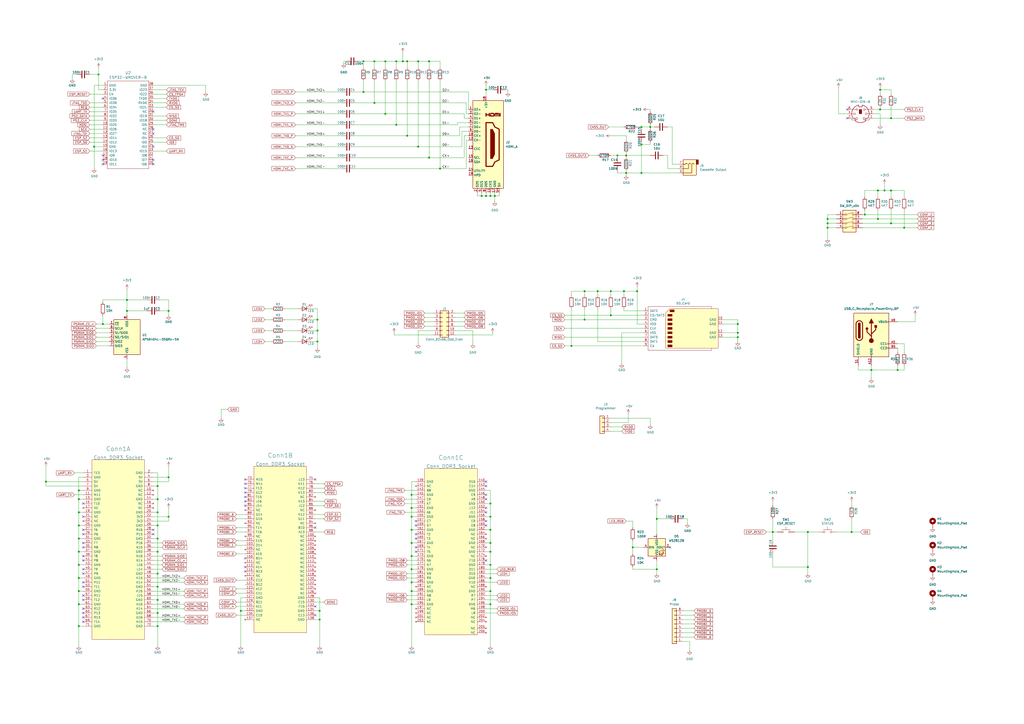
<source format=kicad_sch>
(kicad_sch (version 20250114) (generator "eeschema") (generator_version "9.0")
  (paper "A2")
  (title_block (title "MiniPC") (date "2026-01-26") (rev "0.1") (comment 2 "MiniPC: a RISC-based Mini Computer"))
  (lib_symbols
    (symbol "+3V3_1" (power) (pin_names (offset 0))
      (property "Value" "+3V3_1" (at 0 3.556 0))
      (symbol "+3V3_1_1_1"
        (pin power_in line (at 0 0 90) (length 0) (hide yes) (name "+3V3") (number "1"))
      )
    )
    (symbol "+3V3_2" (power) (pin_names (offset 0))
      (property "Value" "+3V3_2" (at 0 3.556 0))
      (symbol "+3V3_2_1_1"
        (pin power_in line (at 0 0 90) (length 0) (hide yes) (name "+3V3") (number "1"))
      )
    )
    (symbol "+3V3_3" (power) (pin_names (offset 0))
      (property "Value" "+3V3_3" (at 0 3.556 0))
      (symbol "+3V3_3_1_1"
        (pin power_in line (at 0 0 90) (length 0) (hide yes) (name "+3V3") (number "1"))
      )
    )
    (symbol "+3V3_4" (power) (pin_names (offset 0))
      (property "Value" "+3V3_4" (at 0 3.556 0))
      (symbol "+3V3_4_1_1"
        (pin power_in line (at 0 0 90) (length 0) (hide yes) (name "+3V3") (number "1"))
      )
    )
    (symbol "+3V3_5" (power) (pin_names (offset 0))
      (property "Value" "+3V3_5" (at 0 3.556 0))
      (symbol "+3V3_5_1_1"
        (pin power_in line (at 0 0 90) (length 0) (hide yes) (name "+3V3") (number "1"))
      )
    )
    (symbol "+3V3_6" (power) (pin_names (offset 0))
      (property "Value" "+3V3_6" (at 0 3.556 0))
      (symbol "+3V3_6_1_1"
        (pin power_in line (at 0 0 90) (length 0) (hide yes) (name "+3V3") (number "1"))
      )
    )
    (symbol "Conn_DDR3_Socket_1" (pin_names (offset 1.016))
      (property "Reference" "Conn" (at 0 0 0))
      (property "Value" "Conn_DDR3_Socket_1" (at 0 -3.81 0))
      (symbol "Conn_DDR3_Socket_1_1_1"
        (pin bidirectional line (at -20.32 -15.24 0) (length 5.08) (name "T13") (number "1"))
        (pin power_in line (at -20.32 -17.78 0) (length 5.08) (name "GND") (number "3"))
        (pin power_in line (at -20.32 -20.32 0) (length 5.08) (name "5V") (number "5"))
        (pin power_in line (at -20.32 -22.86 0) (length 5.08) (name "5V") (number "7"))
        (pin power_in line (at -20.32 -25.4 0) (length 5.08) (name "GND") (number "9"))
        (pin bidirectional line (at -20.32 -27.94 0) (length 5.08) (name "M11") (number "11"))
        (pin power_in line (at -20.32 -30.48 0) (length 5.08) (name "GND") (number "13"))
        (pin bidirectional line (at -20.32 -33.02 0) (length 5.08) (name "T10") (number "15"))
        (pin no_connect line (at -20.32 -35.56 0) (length 5.08) (name "NC") (number "17"))
        (pin power_in line (at -20.32 -38.1 0) (length 5.08) (name "GND") (number "19"))
        (pin input line (at -20.32 -40.64 0) (length 5.08) (name "NC") (number "21"))
        (pin no_connect line (at -20.32 -43.18 0) (length 5.08) (name "NC") (number "23"))
        (pin power_in line (at -20.32 -45.72 0) (length 5.08) (name "GND") (number "25"))
        (pin bidirectional line (at -20.32 -48.26 0) (length 5.08) (name "T6") (number "27"))
        (pin bidirectional line (at -20.32 -50.8 0) (length 5.08) (name "P6") (number "29"))
        (pin power_in line (at -20.32 -53.34 0) (length 5.08) (name "GND") (number "31"))
        (pin bidirectional line (at -20.32 -55.88 0) (length 5.08) (name "T7") (number "33"))
        (pin bidirectional line (at -20.32 -58.42 0) (length 5.08) (name "R8") (number "35"))
        (pin power_in line (at -20.32 -60.96 0) (length 5.08) (name "GND") (number "37"))
        (pin bidirectional line (at -20.32 -63.5 0) (length 5.08) (name "T8") (number "39"))
        (pin bidirectional line (at -20.32 -66.04 0) (length 5.08) (name "P8") (number "41"))
        (pin power_in line (at -20.32 -68.58 0) (length 5.08) (name "GND") (number "43"))
        (pin bidirectional line (at -20.32 -71.12 0) (length 5.08) (name "T9") (number "45"))
        (pin bidirectional line (at -20.32 -73.66 0) (length 5.08) (name "P9") (number "47"))
        (pin power_in line (at -20.32 -76.2 0) (length 5.08) (name "GND") (number "49"))
        (pin bidirectional line (at -20.32 -78.74 0) (length 5.08) (name "P11") (number "51"))
        (pin bidirectional line (at -20.32 -81.28 0) (length 5.08) (name "T11") (number "53"))
        (pin power_in line (at -20.32 -83.82 0) (length 5.08) (name "GND") (number "55"))
        (pin bidirectional line (at -20.32 -86.36 0) (length 5.08) (name "R11") (number "57"))
        (pin bidirectional line (at -20.32 -88.9 0) (length 5.08) (name "T12") (number "59"))
        (pin power_in line (at -20.32 -91.44 0) (length 5.08) (name "GND") (number "61"))
        (pin bidirectional line (at -20.32 -93.98 0) (length 5.08) (name "R12") (number "63"))
        (pin bidirectional line (at -20.32 -96.52 0) (length 5.08) (name "P13") (number "65"))
        (pin bidirectional line (at -20.32 -99.06 0) (length 5.08) (name "R13") (number "67"))
        (pin bidirectional line (at -20.32 -101.6 0) (length 5.08) (name "T14") (number "69"))
        (pin power_in line (at -20.32 -104.14 0) (length 5.08) (name "GND") (number "71"))
        (pin power_in line (at 20.32 -15.24 180) (length 5.08) (name "GND") (number "2"))
        (pin power_in line (at 20.32 -17.78 180) (length 5.08) (name "5V") (number "4"))
        (pin power_in line (at 20.32 -20.32 180) (length 5.08) (name "5V") (number "6"))
        (pin power_in line (at 20.32 -22.86 180) (length 5.08) (name "GND") (number "8"))
        (pin no_connect line (at 20.32 -25.4 180) (length 5.08) (name "NC") (number "10"))
        (pin no_connect line (at 20.32 -27.94 180) (length 5.08) (name "NC") (number "12"))
        (pin power_in line (at 20.32 -30.48 180) (length 5.08) (name "GND") (number "14"))
        (pin no_connect line (at 20.32 -33.02 180) (length 5.08) (name "NC") (number "16"))
        (pin no_connect line (at 20.32 -35.56 180) (length 5.08) (name "NC") (number "18"))
        (pin power_in line (at 20.32 -38.1 180) (length 5.08) (name "GND") (number "20"))
        (pin power_in line (at 20.32 -40.64 180) (length 5.08) (name "3V3") (number "22"))
        (pin power_in line (at 20.32 -43.18 180) (length 5.08) (name "3V3") (number "24"))
        (pin power_in line (at 20.32 -45.72 180) (length 5.08) (name "GND") (number "26"))
        (pin bidirectional line (at 20.32 -48.26 180) (length 5.08) (name "R16") (number "28"))
        (pin bidirectional line (at 20.32 -50.8 180) (length 5.08) (name "P15") (number "30"))
        (pin power_in line (at 20.32 -53.34 180) (length 5.08) (name "GND") (number "32"))
        (pin bidirectional line (at 20.32 -55.88 180) (length 5.08) (name "P16") (number "34"))
        (pin bidirectional line (at 20.32 -58.42 180) (length 5.08) (name "N15") (number "36"))
        (pin power_in line (at 20.32 -60.96 180) (length 5.08) (name "GND") (number "38"))
        (pin bidirectional line (at 20.32 -63.5 180) (length 5.08) (name "N16") (number "40"))
        (pin bidirectional line (at 20.32 -66.04 180) (length 5.08) (name "N14") (number "42"))
        (pin bidirectional line (at 20.32 -68.58 180) (length 5.08) (name "L16") (number "44"))
        (pin bidirectional line (at 20.32 -71.12 180) (length 5.08) (name "L14") (number "46"))
        (pin power_in line (at 20.32 -73.66 180) (length 5.08) (name "GND") (number "48"))
        (pin bidirectional line (at 20.32 -76.2 180) (length 5.08) (name "K15") (number "50"))
        (pin bidirectional line (at 20.32 -78.74 180) (length 5.08) (name "K14") (number "52"))
        (pin power_in line (at 20.32 -81.28 180) (length 5.08) (name "GND") (number "54"))
        (pin bidirectional line (at 20.32 -83.82 180) (length 5.08) (name "K16") (number "56"))
        (pin bidirectional line (at 20.32 -86.36 180) (length 5.08) (name "J15") (number "58"))
        (pin power_in line (at 20.32 -88.9 180) (length 5.08) (name "GND") (number "60"))
        (pin bidirectional line (at 20.32 -91.44 180) (length 5.08) (name "H16") (number "62"))
        (pin bidirectional line (at 20.32 -93.98 180) (length 5.08) (name "H14") (number "64"))
        (pin power_in line (at 20.32 -96.52 180) (length 5.08) (name "GND") (number "66"))
        (pin bidirectional line (at 20.32 -99.06 180) (length 5.08) (name "G16") (number "68"))
        (pin bidirectional line (at 20.32 -101.6 180) (length 5.08) (name "H15") (number "70"))
        (pin power_in line (at 20.32 -104.14 180) (length 5.08) (name "GND") (number "72"))
      )
      (symbol "Conn_DDR3_Socket_1_2_1"
        (pin bidirectional line (at -20.32 -15.24 0) (length 5.08) (name "M15") (number "73"))
        (pin bidirectional line (at -20.32 -17.78 0) (length 5.08) (name "M14") (number "75"))
        (pin bidirectional line (at -20.32 -20.32 0) (length 5.08) (name "F13") (number "77"))
        (pin bidirectional line (at -20.32 -22.86 0) (length 5.08) (name "G12") (number "79"))
        (pin bidirectional line (at -20.32 -25.4 0) (length 5.08) (name "T15") (number "81"))
        (pin bidirectional line (at -20.32 -27.94 0) (length 5.08) (name "J16") (number "83"))
        (pin bidirectional line (at -20.32 -30.48 0) (length 5.08) (name "J14") (number "85"))
        (pin no_connect line (at -20.32 -33.02 0) (length 5.08) (name "NC") (number "87"))
        (pin bidirectional line (at -20.32 -35.56 0) (length 5.08) (name "G14") (number "89"))
        (pin bidirectional line (at -20.32 -38.1 0) (length 5.08) (name "G15") (number "91"))
        (pin no_connect line (at -20.32 -40.64 0) (length 5.08) (name "NC") (number "93"))
        (pin bidirectional line (at -20.32 -43.18 0) (length 5.08) (name "F14") (number "95"))
        (pin bidirectional line (at -20.32 -45.72 0) (length 5.08) (name "F16") (number "97"))
        (pin no_connect line (at -20.32 -48.26 0) (length 5.08) (name "NC") (number "99"))
        (pin bidirectional line (at -20.32 -50.8 0) (length 5.08) (name "E15") (number "101"))
        (pin bidirectional line (at -20.32 -53.34 0) (length 5.08) (name "D14") (number "103"))
        (pin no_connect line (at -20.32 -55.88 0) (length 5.08) (name "NC") (number "105"))
        (pin bidirectional line (at -20.32 -58.42 0) (length 5.08) (name "A15") (number "107"))
        (pin bidirectional line (at -20.32 -60.96 0) (length 5.08) (name "B14") (number "109"))
        (pin no_connect line (at -20.32 -63.5 0) (length 5.08) (name "NC") (number "111"))
        (pin bidirectional line (at -20.32 -66.04 0) (length 5.08) (name "A14") (number "113"))
        (pin bidirectional line (at -20.32 -68.58 0) (length 5.08) (name "B13") (number "115"))
        (pin no_connect line (at -20.32 -71.12 0) (length 5.08) (name "NC") (number "117"))
        (pin bidirectional line (at -20.32 -73.66 0) (length 5.08) (name "C12") (number "119"))
        (pin bidirectional line (at -20.32 -76.2 0) (length 5.08) (name "B12") (number "121"))
        (pin bidirectional line (at -20.32 -78.74 0) (length 5.08) (name "A12") (number "123"))
        (pin bidirectional line (at -20.32 -81.28 0) (length 5.08) (name "C11") (number "125"))
        (pin power_in line (at -20.32 -83.82 0) (length 5.08) (name "GND") (number "127"))
        (pin bidirectional line (at -20.32 -86.36 0) (length 5.08) (name "B11") (number "129"))
        (pin bidirectional line (at -20.32 -88.9 0) (length 5.08) (name "A11") (number "131"))
        (pin power_in line (at -20.32 -91.44 0) (length 5.08) (name "GND") (number "133"))
        (pin bidirectional line (at -20.32 -93.98 0) (length 5.08) (name "C10") (number "135"))
        (pin no_connect line (at -20.32 -96.52 0) (length 5.08) (name "NC") (number "137"))
        (pin bidirectional line (at 20.32 -15.24 180) (length 5.08) (name "L13") (number "74"))
        (pin bidirectional line (at 20.32 -17.78 180) (length 5.08) (name "K11") (number "76"))
        (pin bidirectional line (at 20.32 -20.32 180) (length 5.08) (name "K12") (number "78"))
        (pin bidirectional line (at 20.32 -22.86 180) (length 5.08) (name "K13") (number "80"))
        (pin no_connect line (at 20.32 -25.4 180) (length 5.08) (name "NC") (number "82"))
        (pin bidirectional line (at 20.32 -27.94 180) (length 5.08) (name "H13") (number "84"))
        (pin bidirectional line (at 20.32 -30.48 180) (length 5.08) (name "J12") (number "86"))
        (pin no_connect line (at 20.32 -33.02 180) (length 5.08) (name "NC") (number "88"))
        (pin bidirectional line (at 20.32 -35.56 180) (length 5.08) (name "H12") (number "90"))
        (pin bidirectional line (at 20.32 -38.1 180) (length 5.08) (name "G11") (number "92"))
        (pin no_connect line (at 20.32 -40.64 180) (length 5.08) (name "NC") (number "94"))
        (pin bidirectional line (at 20.32 -43.18 180) (length 5.08) (name "B10") (number "96"))
        (pin bidirectional line (at 20.32 -45.72 180) (length 5.08) (name "A13") (number "98"))
        (pin no_connect line (at 20.32 -48.26 180) (length 5.08) (name "NC") (number "100"))
        (pin no_connect line (at 20.32 -50.8 180) (length 5.08) (name "NC") (number "102"))
        (pin no_connect line (at 20.32 -53.34 180) (length 5.08) (name "NC") (number "104"))
        (pin no_connect line (at 20.32 -55.88 180) (length 5.08) (name "NC") (number "106"))
        (pin no_connect line (at 20.32 -58.42 180) (length 5.08) (name "NC") (number "108"))
        (pin no_connect line (at 20.32 -60.96 180) (length 5.08) (name "NC") (number "110"))
        (pin no_connect line (at 20.32 -63.5 180) (length 5.08) (name "NC") (number "112"))
        (pin no_connect line (at 20.32 -66.04 180) (length 5.08) (name "NC") (number "114"))
        (pin no_connect line (at 20.32 -68.58 180) (length 5.08) (name "NC") (number "116"))
        (pin no_connect line (at 20.32 -71.12 180) (length 5.08) (name "NC") (number "118"))
        (pin no_connect line (at 20.32 -73.66 180) (length 5.08) (name "NC") (number "120"))
        (pin no_connect line (at 20.32 -76.2 180) (length 5.08) (name "NC") (number "122"))
        (pin no_connect line (at 20.32 -78.74 180) (length 5.08) (name "NC") (number "124"))
        (pin no_connect line (at 20.32 -81.28 180) (length 5.08) (name "NC") (number "126"))
        (pin power_in line (at 20.32 -83.82 180) (length 5.08) (name "GND") (number "128"))
        (pin bidirectional line (at 20.32 -86.36 180) (length 5.08) (name "E15") (number "130"))
        (pin bidirectional line (at 20.32 -88.9 180) (length 5.08) (name "F15") (number "132"))
        (pin power_in line (at 20.32 -91.44 180) (length 5.08) (name "GND") (number "134"))
        (pin bidirectional line (at 20.32 -93.98 180) (length 5.08) (name "C13") (number "136"))
        (pin power_in line (at 20.32 -96.52 180) (length 5.08) (name "GND") (number "138"))
      )
      (symbol "Conn_DDR3_Socket_1_3_1"
        (pin power_in line (at -20.32 -15.24 0) (length 5.08) (name "GND") (number "139"))
        (pin no_connect line (at -20.32 -17.78 0) (length 5.08) (name "NC") (number "141"))
        (pin bidirectional line (at -20.32 -20.32 0) (length 5.08) (name "B8") (number "143"))
        (pin power_in line (at -20.32 -22.86 0) (length 5.08) (name "GND") (number "145"))
        (pin bidirectional line (at -20.32 -25.4 0) (length 5.08) (name "C6") (number "147"))
        (pin bidirectional line (at -20.32 -27.94 0) (length 5.08) (name "A7") (number "149"))
        (pin power_in line (at -20.32 -30.48 0) (length 5.08) (name "GND") (number "151"))
        (pin bidirectional line (at -20.32 -33.02 0) (length 5.08) (name "A6") (number "153"))
        (pin power_in line (at -20.32 -35.56 0) (length 5.08) (name "GND") (number "155"))
        (pin bidirectional line (at -20.32 -38.1 0) (length 5.08) (name "C7") (number "157"))
        (pin bidirectional line (at -20.32 -40.64 0) (length 5.08) (name "D7") (number "159"))
        (pin power_in line (at -20.32 -43.18 0) (length 5.08) (name "GND") (number "161"))
        (pin bidirectional line (at -20.32 -45.72 0) (length 5.08) (name "T2") (number "163"))
        (pin bidirectional line (at -20.32 -48.26 0) (length 5.08) (name "T3") (number "165"))
        (pin power_in line (at -20.32 -50.8 0) (length 5.08) (name "GND") (number "167"))
        (pin bidirectional line (at -20.32 -53.34 0) (length 5.08) (name "T4") (number "169"))
        (pin bidirectional line (at -20.32 -55.88 0) (length 5.08) (name "T5") (number "171"))
        (pin power_in line (at -20.32 -58.42 0) (length 5.08) (name "GND") (number "173"))
        (pin bidirectional line (at -20.32 -60.96 0) (length 5.08) (name "N6") (number "175"))
        (pin bidirectional line (at -20.32 -63.5 0) (length 5.08) (name "N7") (number "177"))
        (pin power_in line (at -20.32 -66.04 0) (length 5.08) (name "GND") (number "179"))
        (pin bidirectional line (at -20.32 -68.58 0) (length 5.08) (name "N9") (number "181"))
        (pin bidirectional line (at -20.32 -71.12 0) (length 5.08) (name "R9") (number "183"))
        (pin power_in line (at -20.32 -73.66 0) (length 5.08) (name "GND") (number "185"))
        (pin no_connect line (at -20.32 -76.2 0) (length 5.08) (name "NC") (number "187"))
        (pin power_in line (at -20.32 -78.74 0) (length 5.08) (name "GND") (number "189"))
        (pin bidirectional line (at -20.32 -81.28 0) (length 5.08) (name "N8") (number "191"))
        (pin bidirectional line (at -20.32 -83.82 0) (length 5.08) (name "L9") (number "193"))
        (pin power_in line (at -20.32 -86.36 0) (length 5.08) (name "GND") (number "195"))
        (pin no_connect line (at -20.32 -88.9 0) (length 5.08) (name "NC") (number "197"))
        (pin no_connect line (at -20.32 -91.44 0) (length 5.08) (name "NC") (number "199"))
        (pin no_connect line (at -20.32 -93.98 0) (length 5.08) (name "NC") (number "201"))
        (pin no_connect line (at -20.32 -96.52 0) (length 5.08) (name "NC") (number "203"))
        (pin bidirectional line (at 20.32 -15.24 180) (length 5.08) (name "D16") (number "140"))
        (pin bidirectional line (at 20.32 -17.78 180) (length 5.08) (name "E14") (number "142"))
        (pin power_in line (at 20.32 -20.32 180) (length 5.08) (name "GND") (number "144"))
        (pin bidirectional line (at 20.32 -22.86 180) (length 5.08) (name "C9") (number "146"))
        (pin bidirectional line (at 20.32 -25.4 180) (length 5.08) (name "A9") (number "148"))
        (pin power_in line (at 20.32 -27.94 180) (length 5.08) (name "GND") (number "150"))
        (pin bidirectional line (at 20.32 -30.48 180) (length 5.08) (name "L12") (number "152"))
        (pin bidirectional line (at 20.32 -33.02 180) (length 5.08) (name "J11") (number "154"))
        (pin power_in line (at 20.32 -35.56 180) (length 5.08) (name "GND") (number "156"))
        (pin bidirectional line (at 20.32 -38.1 180) (length 5.08) (name "E9") (number "158"))
        (pin bidirectional line (at 20.32 -40.64 180) (length 5.08) (name "E8") (number "160"))
        (pin power_in line (at 20.32 -43.18 180) (length 5.08) (name "GND") (number "162"))
        (pin no_connect line (at 20.32 -45.72 180) (length 5.08) (name "NC") (number "164"))
        (pin no_connect line (at 20.32 -48.26 180) (length 5.08) (name "NC") (number "166"))
        (pin power_in line (at 20.32 -50.8 180) (length 5.08) (name "GND") (number "168"))
        (pin no_connect line (at 20.32 -53.34 180) (length 5.08) (name "NC") (number "170"))
        (pin power_in line (at 20.32 -55.88 180) (length 5.08) (name "GND") (number "172"))
        (pin no_connect line (at 20.32 -58.42 180) (length 5.08) (name "NC") (number "174"))
        (pin bidirectional line (at 20.32 -60.96 180) (length 5.08) (name "F10") (number "176"))
        (pin power_in line (at 20.32 -63.5 180) (length 5.08) (name "GND") (number "178"))
        (pin bidirectional line (at 20.32 -66.04 180) (length 5.08) (name "D11") (number "180"))
        (pin bidirectional line (at 20.32 -68.58 180) (length 5.08) (name "D10") (number "182"))
        (pin power_in line (at 20.32 -71.12 180) (length 5.08) (name "GND") (number "184"))
        (pin bidirectional line (at 20.32 -73.66 180) (length 5.08) (name "E10") (number "186"))
        (pin no_connect line (at 20.32 -76.2 180) (length 5.08) (name "NC") (number "188"))
        (pin power_in line (at 20.32 -78.74 180) (length 5.08) (name "GND") (number "190"))
        (pin bidirectional line (at 20.32 -81.28 180) (length 5.08) (name "R7") (number "192"))
        (pin bidirectional line (at 20.32 -83.82 180) (length 5.08) (name "P7") (number "194"))
        (pin power_in line (at 20.32 -86.36 180) (length 5.08) (name "GND") (number "196"))
        (pin bidirectional line (at 20.32 -88.9 180) (length 5.08) (name "M6") (number "198"))
        (pin bidirectional line (at 20.32 -91.44 180) (length 5.08) (name "L8") (number "200"))
        (pin no_connect line (at 20.32 -93.98 180) (length 5.08) (name "NC") (number "202"))
        (pin no_connect line (at 20.32 -96.52 180) (length 5.08) (name "NC") (number "204"))
        (pin no_connect line (at 20.32 -100.33 180) (length 5.08) (name "NC") (number "205"))
        (pin no_connect line (at 20.32 -102.87 180) (length 5.08) (name "NC") (number "206"))
      )
    )
    (symbol "Connector:AudioJack3"
      (property "Reference" "J" (at 0 8.89 0))
      (property "Value" "AudioJack3" (at 0 6.35 0))
      (symbol "AudioJack3_1_1"
        (pin passive line (at 5.08 2.54 180) (length 2.54) (name "~") (number "S"))
        (pin passive line (at 5.08 0 180) (length 2.54) (name "~") (number "R"))
        (pin passive line (at 5.08 -2.54 180) (length 2.54) (name "~") (number "T"))
      )
    )
    (symbol "Connector:HDMI_A"
      (property "Reference" "J" (at -6.35 26.67 0))
      (property "Value" "HDMI_A" (at 10.16 26.67 0))
      (symbol "HDMI_A_1_1"
        (pin passive line (at -10.16 20.32 0) (length 2.54) (name "D2+") (number "1"))
        (pin passive line (at -10.16 17.78 0) (length 2.54) (name "D2-") (number "3"))
        (pin passive line (at -10.16 15.24 0) (length 2.54) (name "D1+") (number "4"))
        (pin passive line (at -10.16 12.7 0) (length 2.54) (name "D1-") (number "6"))
        (pin passive line (at -10.16 10.16 0) (length 2.54) (name "D0+") (number "7"))
        (pin passive line (at -10.16 7.62 0) (length 2.54) (name "D0-") (number "9"))
        (pin passive line (at -10.16 5.08 0) (length 2.54) (name "CK+") (number "10"))
        (pin passive line (at -10.16 2.54 0) (length 2.54) (name "CK-") (number "12"))
        (pin bidirectional line (at -10.16 -2.54 0) (length 2.54) (name "CEC") (number "13"))
        (pin passive line (at -10.16 -7.62 0) (length 2.54) (name "SCL") (number "15"))
        (pin bidirectional line (at -10.16 -10.16 0) (length 2.54) (name "SDA") (number "16"))
        (pin passive line (at -10.16 -15.24 0) (length 2.54) (name "UTILITY") (number "14"))
        (pin passive line (at -10.16 -17.78 0) (length 2.54) (name "HPD") (number "19"))
        (pin power_in line (at -5.08 -27.94 90) (length 2.54) (name "D2S") (number "2"))
        (pin power_in line (at -2.54 -27.94 90) (length 2.54) (name "D1S") (number "5"))
        (pin power_in line (at 0 27.94 270) (length 2.54) (name "+5V") (number "18"))
        (pin power_in line (at 0 -27.94 90) (length 2.54) (name "D0S") (number "8"))
        (pin power_in line (at 2.54 -27.94 90) (length 2.54) (name "CKS") (number "11"))
        (pin power_in line (at 5.08 -27.94 90) (length 2.54) (name "GND") (number "17"))
        (pin passive line (at 7.62 -27.94 90) (length 2.54) (name "SH") (number "SH"))
      )
    )
    (symbol "Connector:Mini-DIN-6" (pin_names (offset 1.016))
      (property "Reference" "J" (at 0 6.35 0))
      (property "Value" "Mini-DIN-6" (at 0 -6.35 0))
      (symbol "Mini-DIN-6_1_1"
        (pin passive line (at -7.62 2.54 0) (length 2.54) (name "~") (number "6"))
        (pin passive line (at -7.62 0 0) (length 2.54) (name "~") (number "4"))
        (pin passive line (at -7.62 -2.54 0) (length 2.54) (name "~") (number "2"))
        (pin passive line (at 7.62 2.54 180) (length 2.54) (name "~") (number "5"))
        (pin passive line (at 7.62 0 180) (length 2.54) (name "~") (number "3"))
        (pin passive line (at 7.62 -2.54 180) (length 2.54) (name "~") (number "1"))
      )
    )
    (symbol "Connector:USB_C_Receptacle_PowerOnly_6P" (pin_names (offset 1.016))
      (property "Reference" "J" (at 0 16.51 0))
      (property "Value" "USB_C_Receptacle_PowerOnly_6P" (at 0 13.97 0))
      (symbol "USB_C_Receptacle_PowerOnly_6P_1_1"
        (pin passive line (at -7.62 -17.78 90) (length 5.08) (name "SHIELD") (number "S1"))
        (pin passive line (at 0 -17.78 90) (length 5.08) (name "GND") (number "A12"))
        (pin passive line (at 0 -17.78 90) (length 5.08) (hide yes) (name "GND") (number "B12"))
        (pin passive line (at 15.24 7.62 180) (length 5.08) (name "VBUS") (number "A9"))
        (pin passive line (at 15.24 7.62 180) (length 5.08) (hide yes) (name "VBUS") (number "B9"))
        (pin bidirectional line (at 15.24 -5.08 180) (length 5.08) (name "CC1") (number "A5"))
        (pin bidirectional line (at 15.24 -7.62 180) (length 5.08) (name "CC2") (number "B5"))
      )
    )
    (symbol "Connector_Generic:Conn_01x04" (pin_names (offset 1.016) (hide yes))
      (property "Reference" "J" (at 0 5.08 0))
      (property "Value" "Conn_01x04" (at 0 -7.62 0))
      (symbol "Conn_01x04_1_1"
        (pin passive line (at -5.08 2.54 0) (length 3.81) (name "Pin_1") (number "1"))
        (pin passive line (at -5.08 0 0) (length 3.81) (name "Pin_2") (number "2"))
        (pin passive line (at -5.08 -2.54 0) (length 3.81) (name "Pin_3") (number "3"))
        (pin passive line (at -5.08 -5.08 0) (length 3.81) (name "Pin_4") (number "4"))
      )
    )
    (symbol "Connector_Generic:Conn_01x08" (pin_names (offset 1.016) (hide yes))
      (property "Reference" "J" (at 0 10.16 0))
      (property "Value" "Conn_01x08" (at 0 -12.7 0))
      (symbol "Conn_01x08_1_1"
        (pin passive line (at -5.08 7.62 0) (length 3.81) (name "Pin_1") (number "1"))
        (pin passive line (at -5.08 5.08 0) (length 3.81) (name "Pin_2") (number "2"))
        (pin passive line (at -5.08 2.54 0) (length 3.81) (name "Pin_3") (number "3"))
        (pin passive line (at -5.08 0 0) (length 3.81) (name "Pin_4") (number "4"))
        (pin passive line (at -5.08 -2.54 0) (length 3.81) (name "Pin_5") (number "5"))
        (pin passive line (at -5.08 -5.08 0) (length 3.81) (name "Pin_6") (number "6"))
        (pin passive line (at -5.08 -7.62 0) (length 3.81) (name "Pin_7") (number "7"))
        (pin passive line (at -5.08 -10.16 0) (length 3.81) (name "Pin_8") (number "8"))
      )
    )
    (symbol "Connector_Generic:Conn_02x06_Odd_Even" (pin_names (offset 1.016) (hide yes))
      (property "Reference" "J" (at 1.27 7.62 0))
      (property "Value" "Conn_02x06_Odd_Even" (at 1.27 -10.16 0))
      (symbol "Conn_02x06_Odd_Even_1_1"
        (pin passive line (at -5.08 5.08 0) (length 3.81) (name "Pin_1") (number "1"))
        (pin passive line (at -5.08 2.54 0) (length 3.81) (name "Pin_3") (number "3"))
        (pin passive line (at -5.08 0 0) (length 3.81) (name "Pin_5") (number "5"))
        (pin passive line (at -5.08 -2.54 0) (length 3.81) (name "Pin_7") (number "7"))
        (pin passive line (at -5.08 -5.08 0) (length 3.81) (name "Pin_9") (number "9"))
        (pin passive line (at -5.08 -7.62 0) (length 3.81) (name "Pin_11") (number "11"))
        (pin passive line (at 7.62 5.08 180) (length 3.81) (name "Pin_2") (number "2"))
        (pin passive line (at 7.62 2.54 180) (length 3.81) (name "Pin_4") (number "4"))
        (pin passive line (at 7.62 0 180) (length 3.81) (name "Pin_6") (number "6"))
        (pin passive line (at 7.62 -2.54 180) (length 3.81) (name "Pin_8") (number "8"))
        (pin passive line (at 7.62 -5.08 180) (length 3.81) (name "Pin_10") (number "10"))
        (pin passive line (at 7.62 -7.62 180) (length 3.81) (name "Pin_12") (number "12"))
      )
    )
    (symbol "Device:C" (pin_numbers (hide yes)) (pin_names (offset 0.254))
      (property "Reference" "C" (at 0.635 2.54 0))
      (property "Value" "C" (at 0.635 -2.54 0))
      (symbol "C_1_1"
        (pin passive line (at 0 3.81 270) (length 2.794) (name "~") (number "1"))
        (pin passive line (at 0 -3.81 90) (length 2.794) (name "~") (number "2"))
      )
    )
    (symbol "Device:LED" (pin_numbers (hide yes)) (pin_names (offset 1.016) (hide yes))
      (property "Reference" "D" (at 0 2.54 0))
      (property "Value" "LED" (at 0 -2.54 0))
      (symbol "LED_1_1"
        (pin passive line (at -3.81 0 0) (length 2.54) (name "K") (number "1"))
        (pin passive line (at 3.81 0 180) (length 2.54) (name "A") (number "2"))
      )
    )
    (symbol "Device:R" (pin_numbers (hide yes)) (pin_names (offset 0))
      (property "Reference" "R" (at 2.032 0 90))
      (property "Value" "R" (at 0 0 90))
      (symbol "R_1_1"
        (pin passive line (at 0 3.81 270) (length 1.27) (name "~") (number "1"))
        (pin passive line (at 0 -3.81 90) (length 1.27) (name "~") (number "2"))
      )
    )
    (symbol "ESP32-WROVER-B:ESP32-WROVER-B" (pin_names (offset 1.016))
      (property "Reference" "U" (at -1.27 25.4 0))
      (property "Value" "ESP32-WROVER-B" (at 0 -27.94 0))
      (symbol "ESP32-WROVER-B_1_1"
        (pin power_in line (at -15.24 21.59 0) (length 2.54) (name "GND") (number "1"))
        (pin power_in line (at -15.24 19.05 0) (length 2.54) (name "3.3V") (number "2"))
        (pin input line (at -15.24 16.51 0) (length 2.54) (name "EN") (number "3"))
        (pin bidirectional line (at -15.24 13.97 0) (length 2.54) (name "IO36") (number "4"))
        (pin bidirectional line (at -15.24 11.43 0) (length 2.54) (name "IO39") (number "5"))
        (pin bidirectional line (at -15.24 8.89 0) (length 2.54) (name "IO34") (number "6"))
        (pin bidirectional line (at -15.24 6.35 0) (length 2.54) (name "IO35") (number "7"))
        (pin bidirectional line (at -15.24 3.81 0) (length 2.54) (name "IO32") (number "8"))
        (pin bidirectional line (at -15.24 1.27 0) (length 2.54) (name "IO33") (number "9"))
        (pin bidirectional line (at -15.24 -1.27 0) (length 2.54) (name "IO25") (number "10"))
        (pin bidirectional line (at -15.24 -3.81 0) (length 2.54) (name "IO26") (number "11"))
        (pin bidirectional line (at -15.24 -6.35 0) (length 2.54) (name "IO27") (number "12"))
        (pin bidirectional line (at -15.24 -8.89 0) (length 2.54) (name "IO14") (number "13"))
        (pin bidirectional line (at -15.24 -11.43 0) (length 2.54) (name "IO12") (number "14"))
        (pin power_in line (at -15.24 -13.97 0) (length 2.54) (name "GND") (number "15"))
        (pin bidirectional line (at -15.24 -16.51 0) (length 2.54) (name "IO13") (number "16"))
        (pin bidirectional line (at -15.24 -19.05 0) (length 2.54) (name "IO9") (number "17"))
        (pin bidirectional line (at -15.24 -21.59 0) (length 2.54) (name "IO10") (number "18"))
        (pin bidirectional line (at -15.24 -24.13 0) (length 2.54) (name "IO11") (number "19"))
        (pin power_in line (at 13.97 21.59 180) (length 2.54) (name "GND") (number "38"))
        (pin bidirectional line (at 13.97 19.05 180) (length 2.54) (name "IO23") (number "37"))
        (pin bidirectional line (at 13.97 16.51 180) (length 2.54) (name "IO22") (number "36"))
        (pin output line (at 13.97 13.97 180) (length 2.54) (name "TXD0") (number "35"))
        (pin input line (at 13.97 11.43 180) (length 2.54) (name "RXD0") (number "34"))
        (pin bidirectional line (at 13.97 8.89 180) (length 2.54) (name "IO21") (number "33"))
        (pin bidirectional line (at 13.97 6.35 180) (length 2.54) (name "NC") (number "32"))
        (pin bidirectional line (at 13.97 3.81 180) (length 2.54) (name "IO19") (number "31"))
        (pin bidirectional line (at 13.97 1.27 180) (length 2.54) (name "IO18") (number "30"))
        (pin bidirectional line (at 13.97 -1.27 180) (length 2.54) (name "IO5") (number "29"))
        (pin bidirectional line (at 13.97 -3.81 180) (length 2.54) (name "NC") (number "28"))
        (pin bidirectional line (at 13.97 -6.35 180) (length 2.54) (name "NC") (number "27"))
        (pin bidirectional line (at 13.97 -8.89 180) (length 2.54) (name "IO4") (number "26"))
        (pin bidirectional line (at 13.97 -11.43 180) (length 2.54) (name "IO0") (number "25"))
        (pin bidirectional line (at 13.97 -13.97 180) (length 2.54) (name "IO2") (number "24"))
        (pin bidirectional line (at 13.97 -16.51 180) (length 2.54) (name "IO15") (number "23"))
        (pin bidirectional line (at 13.97 -19.05 180) (length 2.54) (name "IO8") (number "22"))
        (pin bidirectional line (at 13.97 -21.59 180) (length 2.54) (name "IO7") (number "21"))
        (pin bidirectional line (at 13.97 -24.13 180) (length 2.54) (name "IO6") (number "20"))
      )
    )
    (symbol "GND_1" (power) (pin_names (offset 0))
      (property "Value" "GND_1" (at 0 -3.81 0))
      (symbol "GND_1_1_1"
        (pin power_in line (at 0 0 270) (length 0) (hide yes) (name "GND") (number "1"))
      )
    )
    (symbol "GND_2" (power) (pin_names (offset 0))
      (property "Value" "GND_2" (at 0 -3.81 0))
      (symbol "GND_2_1_1"
        (pin power_in line (at 0 0 270) (length 0) (hide yes) (name "GND") (number "1"))
      )
    )
    (symbol "GND_3" (power) (pin_numbers (hide yes)) (pin_names (offset 0) (hide yes))
      (property "Value" "GND" (at 0 -3.81 0))
      (symbol "GND_3_1_1"
        (pin power_in line (at 0 0 270) (length 0) (name "~") (number "1"))
      )
    )
    (symbol "GND_4" (power) (pin_numbers (hide yes)) (pin_names (offset 0) (hide yes))
      (property "Value" "GND" (at 0 -3.81 0))
      (symbol "GND_4_1_1"
        (pin power_in line (at 0 0 270) (length 0) (name "~") (number "1"))
      )
    )
    (symbol "LED:WS2812B" (pin_names (offset 0.254))
      (property "Reference" "D" (at 5.08 5.715 0))
      (property "Value" "WS2812B" (at 1.27 -5.715 0))
      (symbol "WS2812B_0_0"
        (text "RGB" (at 2.286 -4.191 0) (effects (font (size 0.762 0.762))))
      )
      (symbol "WS2812B_1_1"
        (pin input line (at -7.62 0 0) (length 2.54) (name "DIN") (number "4"))
        (pin power_in line (at 0 7.62 270) (length 2.54) (name "VDD") (number "1"))
        (pin power_in line (at 0 -7.62 90) (length 2.54) (name "VSS") (number "3"))
        (pin output line (at 7.62 0 180) (length 2.54) (name "DOUT") (number "2"))
      )
    )
    (symbol "Mechanical:MountingHole_Pad" (pin_numbers (hide yes)) (pin_names (offset 1.016) (hide yes))
      (property "Reference" "H" (at 0 6.35 0))
      (property "Value" "MountingHole_Pad" (at 0 4.445 0))
      (symbol "MountingHole_Pad_1_1"
        (pin input line (at 0 -2.54 90) (length 2.54) (name "1") (number "1"))
      )
    )
    (symbol "Memory_RAM:APS6404L-3SQRx-SN"
      (property "Reference" "U" (at -6.35 11.43 0))
      (property "Value" "APS6404L-3SQRx-SN" (at 11.684 11.43 0))
      (symbol "APS6404L-3SQRx-SN_1_1"
        (pin input line (at -10.16 7.62 0) (length 2.54) (name "~{CE}") (number "1"))
        (pin input line (at -10.16 5.08 0) (length 2.54) (name "SCLK") (number "6"))
        (pin bidirectional line (at -10.16 2.54 0) (length 2.54) (name "SI/SIO0") (number "5"))
        (pin bidirectional line (at -10.16 0 0) (length 2.54) (name "SO/SIO1") (number "2"))
        (pin bidirectional line (at -10.16 -2.54 0) (length 2.54) (name "SIO2") (number "3"))
        (pin bidirectional line (at -10.16 -5.08 0) (length 2.54) (name "SIO3") (number "7"))
        (pin power_in line (at 0 12.7 270) (length 2.54) (name "VDD") (number "8"))
        (pin power_in line (at 0 -12.7 90) (length 2.54) (name "VSS") (number "4"))
      )
    )
    (symbol "SDCard:SD_Card" (pin_names (offset 1.016))
      (property "Reference" "J" (at -16.51 13.97 0))
      (property "Value" "SD_Card" (at 15.24 -13.97 0))
      (symbol "SD_Card_1_1"
        (pin input line (at -22.86 10.16 0) (length 2.54) (name "DAT2") (number "1"))
        (pin input line (at -22.86 7.62 0) (length 2.54) (name "CD/DAT3") (number "2"))
        (pin input line (at -22.86 5.08 0) (length 2.54) (name "CMD") (number "3"))
        (pin power_in line (at -22.86 2.54 0) (length 2.54) (name "VDD") (number "4"))
        (pin power_in line (at -22.86 0 0) (length 2.54) (name "CLK") (number "5"))
        (pin input line (at -22.86 -2.54 0) (length 2.54) (name "VSS") (number "6"))
        (pin power_in line (at -22.86 -5.08 0) (length 2.54) (name "DAT0") (number "7"))
        (pin input line (at -22.86 -7.62 0) (length 2.54) (name "DAT1") (number "8"))
        (pin input line (at -22.86 -10.16 0) (length 2.54) (name "Cd") (number "9"))
        (pin input line (at 22.86 5.08 180) (length 2.54) (name "GND") (number "10"))
        (pin input line (at 22.86 2.54 180) (length 2.54) (name "GND") (number "11"))
        (pin input line (at 22.86 -2.54 180) (length 2.54) (name "GND") (number "12"))
        (pin input line (at 22.86 -5.08 180) (length 2.54) (name "GND") (number "13"))
      )
    )
    (symbol "Switch:SW_DIP_x04" (pin_names (offset 0) (hide yes))
      (property "Reference" "SW" (at 0 8.89 0))
      (property "Value" "SW_DIP_x04" (at 0 -6.35 0))
      (symbol "SW_DIP_x04_1_1"
        (pin passive line (at -7.62 5.08 0) (length 5.08) (name "~") (number "1"))
        (pin passive line (at -7.62 2.54 0) (length 5.08) (name "~") (number "2"))
        (pin passive line (at -7.62 0 0) (length 5.08) (name "~") (number "3"))
        (pin passive line (at -7.62 -2.54 0) (length 5.08) (name "~") (number "4"))
        (pin passive line (at 7.62 5.08 180) (length 5.08) (name "~") (number "8"))
        (pin passive line (at 7.62 2.54 180) (length 5.08) (name "~") (number "7"))
        (pin passive line (at 7.62 0 180) (length 5.08) (name "~") (number "6"))
        (pin passive line (at 7.62 -2.54 180) (length 5.08) (name "~") (number "5"))
      )
    )
    (symbol "Switch:SW_Push" (pin_numbers (hide yes)) (pin_names (offset 1.016) (hide yes))
      (property "Reference" "SW" (at 1.27 2.54 0))
      (property "Value" "SW_Push" (at 0 -1.524 0))
      (symbol "SW_Push_0_1"
        (pin passive line (at -5.08 0 0) (length 2.54) (name "1") (number "1"))
        (pin passive line (at 5.08 0 180) (length 2.54) (name "2") (number "2"))
      )
    )
    (symbol "Tang20K:Conn_DDR3_Socket" (pin_names (offset 1.016))
      (property "Reference" "Conn" (at 0 0 0))
      (property "Value" "Conn_DDR3_Socket" (at 0 -3.81 0))
      (symbol "Conn_DDR3_Socket_1_1"
        (pin bidirectional line (at -20.32 -15.24 0) (length 5.08) (name "M11") (number "1"))
        (pin power_in line (at -20.32 -17.78 0) (length 5.08) (name "GND") (number "3"))
        (pin power_in line (at -20.32 -20.32 0) (length 5.08) (name "5V") (number "5"))
        (pin power_in line (at -20.32 -22.86 0) (length 5.08) (name "5V") (number "7"))
        (pin power_in line (at -20.32 -25.4 0) (length 5.08) (name "GND") (number "9"))
        (pin bidirectional line (at -20.32 -27.94 0) (length 5.08) (name "L10") (number "11"))
        (pin power_in line (at -20.32 -30.48 0) (length 5.08) (name "GND") (number "13"))
        (pin bidirectional line (at -20.32 -33.02 0) (length 5.08) (name "T10") (number "15"))
        (pin no_connect line (at -20.32 -35.56 0) (length 5.08) (name "NC") (number "17"))
        (pin power_in line (at -20.32 -38.1 0) (length 5.08) (name "GND") (number "19"))
        (pin input line (at -20.32 -40.64 0) (length 5.08) (name "NC") (number "21"))
        (pin no_connect line (at -20.32 -43.18 0) (length 5.08) (name "NC") (number "23"))
        (pin power_in line (at -20.32 -45.72 0) (length 5.08) (name "GND") (number "25"))
        (pin bidirectional line (at -20.32 -48.26 0) (length 5.08) (name "T6") (number "27"))
        (pin bidirectional line (at -20.32 -50.8 0) (length 5.08) (name "P6") (number "29"))
        (pin power_in line (at -20.32 -53.34 0) (length 5.08) (name "GND") (number "31"))
        (pin bidirectional line (at -20.32 -55.88 0) (length 5.08) (name "T7") (number "33"))
        (pin bidirectional line (at -20.32 -58.42 0) (length 5.08) (name "R8") (number "35"))
        (pin power_in line (at -20.32 -60.96 0) (length 5.08) (name "GND") (number "37"))
        (pin bidirectional line (at -20.32 -63.5 0) (length 5.08) (name "T8") (number "39"))
        (pin bidirectional line (at -20.32 -66.04 0) (length 5.08) (name "P8") (number "41"))
        (pin power_in line (at -20.32 -68.58 0) (length 5.08) (name "GND") (number "43"))
        (pin bidirectional line (at -20.32 -71.12 0) (length 5.08) (name "T9") (number "45"))
        (pin bidirectional line (at -20.32 -73.66 0) (length 5.08) (name "P9") (number "47"))
        (pin power_in line (at -20.32 -76.2 0) (length 5.08) (name "GND") (number "49"))
        (pin bidirectional line (at -20.32 -78.74 0) (length 5.08) (name "P11") (number "51"))
        (pin bidirectional line (at -20.32 -81.28 0) (length 5.08) (name "T11") (number "53"))
        (pin power_in line (at -20.32 -83.82 0) (length 5.08) (name "GND") (number "55"))
        (pin bidirectional line (at -20.32 -86.36 0) (length 5.08) (name "R11") (number "57"))
        (pin bidirectional line (at -20.32 -88.9 0) (length 5.08) (name "T12") (number "59"))
        (pin power_in line (at -20.32 -91.44 0) (length 5.08) (name "GND") (number "61"))
        (pin bidirectional line (at -20.32 -93.98 0) (length 5.08) (name "R12") (number "63"))
        (pin bidirectional line (at -20.32 -96.52 0) (length 5.08) (name "P13") (number "65"))
        (pin bidirectional line (at -20.32 -99.06 0) (length 5.08) (name "R13") (number "67"))
        (pin bidirectional line (at -20.32 -101.6 0) (length 5.08) (name "T14") (number "69"))
        (pin power_in line (at -20.32 -104.14 0) (length 5.08) (name "GND") (number "71"))
        (pin power_in line (at 20.32 -15.24 180) (length 5.08) (name "GND") (number "2"))
        (pin power_in line (at 20.32 -17.78 180) (length 5.08) (name "5V") (number "4"))
        (pin power_in line (at 20.32 -20.32 180) (length 5.08) (name "5V") (number "6"))
        (pin power_in line (at 20.32 -22.86 180) (length 5.08) (name "GND") (number "8"))
        (pin no_connect line (at 20.32 -25.4 180) (length 5.08) (name "NC") (number "10"))
        (pin no_connect line (at 20.32 -27.94 180) (length 5.08) (name "NC") (number "12"))
        (pin power_in line (at 20.32 -30.48 180) (length 5.08) (name "GND") (number "14"))
        (pin no_connect line (at 20.32 -33.02 180) (length 5.08) (name "NC") (number "16"))
        (pin no_connect line (at 20.32 -35.56 180) (length 5.08) (name "NC") (number "18"))
        (pin power_in line (at 20.32 -38.1 180) (length 5.08) (name "GND") (number "20"))
        (pin power_in line (at 20.32 -40.64 180) (length 5.08) (name "3V3") (number "22"))
        (pin power_in line (at 20.32 -43.18 180) (length 5.08) (name "3V3") (number "24"))
        (pin power_in line (at 20.32 -45.72 180) (length 5.08) (name "GND") (number "26"))
        (pin bidirectional line (at 20.32 -48.26 180) (length 5.08) (name "R16") (number "28"))
        (pin bidirectional line (at 20.32 -50.8 180) (length 5.08) (name "P15") (number "30"))
        (pin power_in line (at 20.32 -53.34 180) (length 5.08) (name "GND") (number "32"))
        (pin bidirectional line (at 20.32 -55.88 180) (length 5.08) (name "P16") (number "34"))
        (pin bidirectional line (at 20.32 -58.42 180) (length 5.08) (name "N15") (number "36"))
        (pin power_in line (at 20.32 -60.96 180) (length 5.08) (name "GND") (number "38"))
        (pin bidirectional line (at 20.32 -63.5 180) (length 5.08) (name "N16") (number "40"))
        (pin bidirectional line (at 20.32 -66.04 180) (length 5.08) (name "N14") (number "42"))
        (pin bidirectional line (at 20.32 -68.58 180) (length 5.08) (name "L16") (number "44"))
        (pin bidirectional line (at 20.32 -71.12 180) (length 5.08) (name "L14") (number "46"))
        (pin power_in line (at 20.32 -73.66 180) (length 5.08) (name "GND") (number "48"))
        (pin bidirectional line (at 20.32 -76.2 180) (length 5.08) (name "K15") (number "50"))
        (pin bidirectional line (at 20.32 -78.74 180) (length 5.08) (name "K14") (number "52"))
        (pin power_in line (at 20.32 -81.28 180) (length 5.08) (name "GND") (number "54"))
        (pin bidirectional line (at 20.32 -83.82 180) (length 5.08) (name "K16") (number "56"))
        (pin bidirectional line (at 20.32 -86.36 180) (length 5.08) (name "J15") (number "58"))
        (pin power_in line (at 20.32 -88.9 180) (length 5.08) (name "GND") (number "60"))
        (pin bidirectional line (at 20.32 -91.44 180) (length 5.08) (name "H16") (number "62"))
        (pin bidirectional line (at 20.32 -93.98 180) (length 5.08) (name "H14") (number "64"))
        (pin power_in line (at 20.32 -96.52 180) (length 5.08) (name "GND") (number "66"))
        (pin bidirectional line (at 20.32 -99.06 180) (length 5.08) (name "G16") (number "68"))
        (pin bidirectional line (at 20.32 -101.6 180) (length 5.08) (name "H15") (number "70"))
        (pin power_in line (at 20.32 -104.14 180) (length 5.08) (name "GND") (number "72"))
      )
      (symbol "Conn_DDR3_Socket_2_1"
        (pin bidirectional line (at -20.32 -15.24 0) (length 5.08) (name "M15") (number "73"))
        (pin bidirectional line (at -20.32 -17.78 0) (length 5.08) (name "M14") (number "75"))
        (pin bidirectional line (at -20.32 -20.32 0) (length 5.08) (name "F13") (number "77"))
        (pin bidirectional line (at -20.32 -22.86 0) (length 5.08) (name "G12") (number "79"))
        (pin bidirectional line (at -20.32 -25.4 0) (length 5.08) (name "T15") (number "81"))
        (pin bidirectional line (at -20.32 -27.94 0) (length 5.08) (name "J16") (number "83"))
        (pin bidirectional line (at -20.32 -30.48 0) (length 5.08) (name "J14") (number "85"))
        (pin no_connect line (at -20.32 -33.02 0) (length 5.08) (name "NC") (number "87"))
        (pin bidirectional line (at -20.32 -35.56 0) (length 5.08) (name "G14") (number "89"))
        (pin bidirectional line (at -20.32 -38.1 0) (length 5.08) (name "G15") (number "91"))
        (pin no_connect line (at -20.32 -40.64 0) (length 5.08) (name "NC") (number "93"))
        (pin bidirectional line (at -20.32 -43.18 0) (length 5.08) (name "F14") (number "95"))
        (pin bidirectional line (at -20.32 -45.72 0) (length 5.08) (name "F16") (number "97"))
        (pin no_connect line (at -20.32 -48.26 0) (length 5.08) (name "NC") (number "99"))
        (pin bidirectional line (at -20.32 -50.8 0) (length 5.08) (name "E15") (number "101"))
        (pin bidirectional line (at -20.32 -53.34 0) (length 5.08) (name "D14") (number "103"))
        (pin no_connect line (at -20.32 -55.88 0) (length 5.08) (name "NC") (number "105"))
        (pin bidirectional line (at -20.32 -58.42 0) (length 5.08) (name "A15") (number "107"))
        (pin bidirectional line (at -20.32 -60.96 0) (length 5.08) (name "B14") (number "109"))
        (pin no_connect line (at -20.32 -63.5 0) (length 5.08) (name "NC") (number "111"))
        (pin bidirectional line (at -20.32 -66.04 0) (length 5.08) (name "A14") (number "113"))
        (pin bidirectional line (at -20.32 -68.58 0) (length 5.08) (name "B13") (number "115"))
        (pin no_connect line (at -20.32 -71.12 0) (length 5.08) (name "NC") (number "117"))
        (pin bidirectional line (at -20.32 -73.66 0) (length 5.08) (name "C12") (number "119"))
        (pin bidirectional line (at -20.32 -76.2 0) (length 5.08) (name "B12") (number "121"))
        (pin bidirectional line (at -20.32 -78.74 0) (length 5.08) (name "A12") (number "123"))
        (pin bidirectional line (at -20.32 -81.28 0) (length 5.08) (name "C11") (number "125"))
        (pin power_in line (at -20.32 -83.82 0) (length 5.08) (name "GND") (number "127"))
        (pin bidirectional line (at -20.32 -86.36 0) (length 5.08) (name "B11") (number "129"))
        (pin bidirectional line (at -20.32 -88.9 0) (length 5.08) (name "A11") (number "131"))
        (pin power_in line (at -20.32 -91.44 0) (length 5.08) (name "GND") (number "133"))
        (pin bidirectional line (at -20.32 -93.98 0) (length 5.08) (name "C10") (number "135"))
        (pin no_connect line (at -20.32 -96.52 0) (length 5.08) (name "NC") (number "137"))
        (pin bidirectional line (at 20.32 -15.24 180) (length 5.08) (name "L13") (number "74"))
        (pin bidirectional line (at 20.32 -17.78 180) (length 5.08) (name "K11") (number "76"))
        (pin bidirectional line (at 20.32 -20.32 180) (length 5.08) (name "K12") (number "78"))
        (pin bidirectional line (at 20.32 -22.86 180) (length 5.08) (name "K13") (number "80"))
        (pin no_connect line (at 20.32 -25.4 180) (length 5.08) (name "NC") (number "82"))
        (pin bidirectional line (at 20.32 -27.94 180) (length 5.08) (name "H13") (number "84"))
        (pin bidirectional line (at 20.32 -30.48 180) (length 5.08) (name "J12") (number "86"))
        (pin no_connect line (at 20.32 -33.02 180) (length 5.08) (name "NC") (number "88"))
        (pin bidirectional line (at 20.32 -35.56 180) (length 5.08) (name "H12") (number "90"))
        (pin bidirectional line (at 20.32 -38.1 180) (length 5.08) (name "G11") (number "92"))
        (pin no_connect line (at 20.32 -40.64 180) (length 5.08) (name "NC") (number "94"))
        (pin bidirectional line (at 20.32 -43.18 180) (length 5.08) (name "B10") (number "96"))
        (pin bidirectional line (at 20.32 -45.72 180) (length 5.08) (name "A13") (number "98"))
        (pin no_connect line (at 20.32 -48.26 180) (length 5.08) (name "NC") (number "100"))
        (pin no_connect line (at 20.32 -50.8 180) (length 5.08) (name "NC") (number "102"))
        (pin no_connect line (at 20.32 -53.34 180) (length 5.08) (name "NC") (number "104"))
        (pin no_connect line (at 20.32 -55.88 180) (length 5.08) (name "NC") (number "106"))
        (pin no_connect line (at 20.32 -58.42 180) (length 5.08) (name "NC") (number "108"))
        (pin no_connect line (at 20.32 -60.96 180) (length 5.08) (name "NC") (number "110"))
        (pin no_connect line (at 20.32 -63.5 180) (length 5.08) (name "NC") (number "112"))
        (pin no_connect line (at 20.32 -66.04 180) (length 5.08) (name "NC") (number "114"))
        (pin no_connect line (at 20.32 -68.58 180) (length 5.08) (name "NC") (number "116"))
        (pin no_connect line (at 20.32 -71.12 180) (length 5.08) (name "NC") (number "118"))
        (pin no_connect line (at 20.32 -73.66 180) (length 5.08) (name "NC") (number "120"))
        (pin no_connect line (at 20.32 -76.2 180) (length 5.08) (name "NC") (number "122"))
        (pin no_connect line (at 20.32 -78.74 180) (length 5.08) (name "NC") (number "124"))
        (pin no_connect line (at 20.32 -81.28 180) (length 5.08) (name "NC") (number "126"))
        (pin power_in line (at 20.32 -83.82 180) (length 5.08) (name "GND") (number "128"))
        (pin bidirectional line (at 20.32 -86.36 180) (length 5.08) (name "E15") (number "130"))
        (pin bidirectional line (at 20.32 -88.9 180) (length 5.08) (name "F15") (number "132"))
        (pin power_in line (at 20.32 -91.44 180) (length 5.08) (name "GND") (number "134"))
        (pin bidirectional line (at 20.32 -93.98 180) (length 5.08) (name "C13") (number "136"))
        (pin power_in line (at 20.32 -96.52 180) (length 5.08) (name "GND") (number "138"))
      )
      (symbol "Conn_DDR3_Socket_3_1"
        (pin power_in line (at -20.32 -15.24 0) (length 5.08) (name "GND") (number "139"))
        (pin no_connect line (at -20.32 -17.78 0) (length 5.08) (name "NC") (number "141"))
        (pin bidirectional line (at -20.32 -20.32 0) (length 5.08) (name "B8") (number "143"))
        (pin power_in line (at -20.32 -22.86 0) (length 5.08) (name "GND") (number "145"))
        (pin bidirectional line (at -20.32 -25.4 0) (length 5.08) (name "C6") (number "147"))
        (pin bidirectional line (at -20.32 -27.94 0) (length 5.08) (name "A7") (number "149"))
        (pin power_in line (at -20.32 -30.48 0) (length 5.08) (name "GND") (number "151"))
        (pin bidirectional line (at -20.32 -33.02 0) (length 5.08) (name "A6") (number "153"))
        (pin power_in line (at -20.32 -35.56 0) (length 5.08) (name "GND") (number "155"))
        (pin bidirectional line (at -20.32 -38.1 0) (length 5.08) (name "C7") (number "157"))
        (pin bidirectional line (at -20.32 -40.64 0) (length 5.08) (name "D7") (number "159"))
        (pin power_in line (at -20.32 -43.18 0) (length 5.08) (name "GND") (number "161"))
        (pin bidirectional line (at -20.32 -45.72 0) (length 5.08) (name "T2") (number "163"))
        (pin bidirectional line (at -20.32 -48.26 0) (length 5.08) (name "T3") (number "165"))
        (pin power_in line (at -20.32 -50.8 0) (length 5.08) (name "GND") (number "167"))
        (pin bidirectional line (at -20.32 -53.34 0) (length 5.08) (name "T4") (number "169"))
        (pin bidirectional line (at -20.32 -55.88 0) (length 5.08) (name "T5") (number "171"))
        (pin power_in line (at -20.32 -58.42 0) (length 5.08) (name "GND") (number "173"))
        (pin bidirectional line (at -20.32 -60.96 0) (length 5.08) (name "N6") (number "175"))
        (pin bidirectional line (at -20.32 -63.5 0) (length 5.08) (name "N7") (number "177"))
        (pin power_in line (at -20.32 -66.04 0) (length 5.08) (name "GND") (number "179"))
        (pin bidirectional line (at -20.32 -68.58 0) (length 5.08) (name "N9") (number "181"))
        (pin bidirectional line (at -20.32 -71.12 0) (length 5.08) (name "R9") (number "183"))
        (pin power_in line (at -20.32 -73.66 0) (length 5.08) (name "GND") (number "185"))
        (pin no_connect line (at -20.32 -76.2 0) (length 5.08) (name "NC") (number "187"))
        (pin power_in line (at -20.32 -78.74 0) (length 5.08) (name "GND") (number "189"))
        (pin bidirectional line (at -20.32 -81.28 0) (length 5.08) (name "N8") (number "191"))
        (pin bidirectional line (at -20.32 -83.82 0) (length 5.08) (name "L9") (number "193"))
        (pin power_in line (at -20.32 -86.36 0) (length 5.08) (name "GND") (number "195"))
        (pin no_connect line (at -20.32 -88.9 0) (length 5.08) (name "NC") (number "197"))
        (pin no_connect line (at -20.32 -91.44 0) (length 5.08) (name "NC") (number "199"))
        (pin no_connect line (at -20.32 -93.98 0) (length 5.08) (name "NC") (number "201"))
        (pin no_connect line (at -20.32 -96.52 0) (length 5.08) (name "NC") (number "203"))
        (pin bidirectional line (at 20.32 -15.24 180) (length 5.08) (name "D16") (number "140"))
        (pin bidirectional line (at 20.32 -17.78 180) (length 5.08) (name "E14") (number "142"))
        (pin power_in line (at 20.32 -20.32 180) (length 5.08) (name "GND") (number "144"))
        (pin bidirectional line (at 20.32 -22.86 180) (length 5.08) (name "C9") (number "146"))
        (pin bidirectional line (at 20.32 -25.4 180) (length 5.08) (name "A9") (number "148"))
        (pin power_in line (at 20.32 -27.94 180) (length 5.08) (name "GND") (number "150"))
        (pin bidirectional line (at 20.32 -30.48 180) (length 5.08) (name "L12") (number "152"))
        (pin bidirectional line (at 20.32 -33.02 180) (length 5.08) (name "J11") (number "154"))
        (pin power_in line (at 20.32 -35.56 180) (length 5.08) (name "GND") (number "156"))
        (pin bidirectional line (at 20.32 -38.1 180) (length 5.08) (name "E9") (number "158"))
        (pin bidirectional line (at 20.32 -40.64 180) (length 5.08) (name "E8") (number "160"))
        (pin power_in line (at 20.32 -43.18 180) (length 5.08) (name "GND") (number "162"))
        (pin no_connect line (at 20.32 -45.72 180) (length 5.08) (name "NC") (number "164"))
        (pin no_connect line (at 20.32 -48.26 180) (length 5.08) (name "NC") (number "166"))
        (pin power_in line (at 20.32 -50.8 180) (length 5.08) (name "GND") (number "168"))
        (pin no_connect line (at 20.32 -53.34 180) (length 5.08) (name "NC") (number "170"))
        (pin power_in line (at 20.32 -55.88 180) (length 5.08) (name "GND") (number "172"))
        (pin no_connect line (at 20.32 -58.42 180) (length 5.08) (name "NC") (number "174"))
        (pin bidirectional line (at 20.32 -60.96 180) (length 5.08) (name "F10") (number "176"))
        (pin power_in line (at 20.32 -63.5 180) (length 5.08) (name "GND") (number "178"))
        (pin bidirectional line (at 20.32 -66.04 180) (length 5.08) (name "D11") (number "180"))
        (pin bidirectional line (at 20.32 -68.58 180) (length 5.08) (name "D10") (number "182"))
        (pin power_in line (at 20.32 -71.12 180) (length 5.08) (name "GND") (number "184"))
        (pin bidirectional line (at 20.32 -73.66 180) (length 5.08) (name "E10") (number "186"))
        (pin no_connect line (at 20.32 -76.2 180) (length 5.08) (name "NC") (number "188"))
        (pin power_in line (at 20.32 -78.74 180) (length 5.08) (name "GND") (number "190"))
        (pin bidirectional line (at 20.32 -81.28 180) (length 5.08) (name "R7") (number "192"))
        (pin bidirectional line (at 20.32 -83.82 180) (length 5.08) (name "P7") (number "194"))
        (pin power_in line (at 20.32 -86.36 180) (length 5.08) (name "GND") (number "196"))
        (pin bidirectional line (at 20.32 -88.9 180) (length 5.08) (name "M6") (number "198"))
        (pin bidirectional line (at 20.32 -91.44 180) (length 5.08) (name "L8") (number "200"))
        (pin no_connect line (at 20.32 -93.98 180) (length 5.08) (name "NC") (number "202"))
        (pin no_connect line (at 20.32 -96.52 180) (length 5.08) (name "NC") (number "204"))
        (pin no_connect line (at 20.32 -100.33 180) (length 5.08) (name "NC") (number "205"))
        (pin no_connect line (at 20.32 -102.87 180) (length 5.08) (name "NC") (number "206"))
      )
    )
    (symbol "power:+3V3" (power) (pin_names (offset 0))
      (property "Value" "+3V3" (at 0 3.556 0))
      (symbol "+3V3_1_1"
        (pin power_in line (at 0 0 90) (length 0) (hide yes) (name "+3V3") (number "1"))
      )
    )
    (symbol "power:+5V" (power) (pin_names (offset 0))
      (property "Value" "+5V" (at 0 3.556 0))
      (symbol "+5V_1_1"
        (pin power_in line (at 0 0 90) (length 0) (hide yes) (name "+5V") (number "1"))
      )
    )
    (symbol "power:GND" (power) (pin_names (offset 0))
      (property "Value" "GND" (at 0 -3.81 0))
      (symbol "GND_1_1"
        (pin power_in line (at 0 0 270) (length 0) (hide yes) (name "GND") (number "1"))
      )
    )
  )
  (junction (at 45.72 350.52))
  (junction (at 217.17 35.56))
  (junction (at 97.79 180.34))
  (junction (at 57.15 43.18))
  (junction (at 377.19 73.66))
  (junction (at 468.63 328.93))
  (junction (at 184.15 198.12))
  (junction (at 45.72 304.8))
  (junction (at 210.82 53.34))
  (junction (at 236.22 78.74))
  (junction (at 501.65 124.46))
  (junction (at 516.89 129.54))
  (junction (at 238.76 294.64))
  (junction (at 281.94 52.07))
  (junction (at 284.48 335.28))
  (junction (at 91.44 363.22))
  (junction (at 97.79 299.72))
  (junction (at 210.82 35.56))
  (junction (at 91.44 340.36))
  (junction (at 59.69 187.96))
  (junction (at 369.57 168.91))
  (junction (at 242.57 35.56))
  (junction (at 381 330.2))
  (junction (at 363.22 90.17))
  (junction (at 480.06 132.08))
  (junction (at 284.48 113.665))
  (junction (at 516.89 68.58))
  (junction (at 26.67 279.4))
  (junction (at 427.99 195.58))
  (junction (at 284.48 342.9))
  (junction (at 238.76 314.96))
  (junction (at 339.09 185.42))
  (junction (at 236.22 35.56))
  (junction (at 54.61 85.09))
  (junction (at 279.4 113.665))
  (junction (at 45.72 327.66))
  (junction (at 255.27 97.79))
  (junction (at 367.03 317.5))
  (junction (at 448.31 308.61))
  (junction (at 510.54 52.07))
  (junction (at 139.7 354.33))
  (junction (at 91.44 347.98))
  (junction (at 510.54 63.5))
  (junction (at 513.08 110.49))
  (junction (at 524.51 132.08))
  (junction (at 91.44 312.42))
  (junction (at 242.57 85.09))
  (junction (at 284.48 299.72))
  (junction (at 427.99 193.04))
  (junction (at 45.72 297.18))
  (junction (at 354.33 182.88))
  (junction (at 287.02 113.665))
  (junction (at 427.99 187.96))
  (junction (at 97.79 276.86))
  (junction (at 494.03 308.61))
  (junction (at 346.71 168.91))
  (junction (at 354.33 168.91))
  (junction (at 358.14 90.17))
  (junction (at 238.76 342.9))
  (junction (at 381 300.99))
  (junction (at 509.27 127))
  (junction (at 229.87 72.39))
  (junction (at 45.72 284.48))
  (junction (at 184.15 185.42))
  (junction (at 372.11 100.33))
  (junction (at 45.72 342.9))
  (junction (at 238.76 287.02))
  (junction (at 372.11 83.82))
  (junction (at 505.46 214.63))
  (junction (at 363.22 100.33))
  (junction (at 468.63 308.61))
  (junction (at 184.15 191.77))
  (junction (at 185.42 354.33))
  (junction (at 91.44 355.6))
  (junction (at 248.92 91.44))
  (junction (at 238.76 322.58))
  (junction (at 339.09 168.91))
  (junction (at 284.48 320.04))
  (junction (at 91.44 320.04))
  (junction (at 238.76 307.34))
  (junction (at 233.68 35.56))
  (junction (at 480.06 127))
  (junction (at 91.44 297.18))
  (junction (at 45.72 289.56))
  (junction (at 229.87 35.56))
  (junction (at 45.72 363.22))
  (junction (at 284.48 350.52))
  (junction (at 284.48 292.1))
  (junction (at 217.17 59.69))
  (junction (at 73.66 173.99))
  (junction (at 238.76 299.72))
  (junction (at 520.7 214.63))
  (junction (at 284.48 314.96))
  (junction (at 238.76 330.2))
  (junction (at 361.95 168.91))
  (junction (at 45.72 312.42))
  (junction (at 281.94 113.665))
  (junction (at 185.42 359.41))
  (junction (at 284.48 327.66))
  (junction (at 372.11 73.66))
  (junction (at 223.52 66.04))
  (junction (at 91.44 289.56))
  (junction (at 238.76 350.52))
  (junction (at 223.52 35.56))
  (junction (at 516.89 110.49))
  (junction (at 91.44 304.8))
  (junction (at 91.44 332.74))
  (junction (at 238.76 337.82))
  (junction (at 248.92 35.56))
  (junction (at 73.66 180.34))
  (junction (at 45.72 320.04))
  (junction (at 480.06 129.54))
  (junction (at 509.27 110.49))
  (junction (at 331.47 200.66))
  (junction (at 45.72 335.28))
  (junction (at 284.48 307.34))
  (junction (at 91.44 281.94))
  (no_connect (at 48.26 325.12))
  (no_connect (at 241.3 302.26))
  (no_connect (at 281.94 279.4))
  (no_connect (at 142.24 283.21))
  (no_connect (at 281.94 302.26))
  (no_connect (at 48.26 309.88))
  (no_connect (at 48.26 353.06))
  (no_connect (at 491.49 63.5))
  (no_connect (at 48.26 347.98))
  (no_connect (at 59.69 90.17))
  (no_connect (at 88.9 64.77))
  (no_connect (at 88.9 85.09))
  (no_connect (at 48.26 355.6))
  (no_connect (at 241.3 320.04))
  (no_connect (at 48.26 317.5))
  (no_connect (at 182.88 356.87))
  (no_connect (at 59.69 92.71))
  (no_connect (at 142.24 331.47))
  (no_connect (at 281.94 289.56))
  (no_connect (at 48.26 322.58))
  (no_connect (at 88.9 74.93))
  (no_connect (at 281.94 325.12))
  (no_connect (at 281.94 287.02))
  (no_connect (at 142.24 290.83))
  (no_connect (at 88.9 77.47))
  (no_connect (at 142.24 280.67))
  (no_connect (at 388.62 317.5))
  (no_connect (at 59.69 57.15))
  (no_connect (at 182.88 306.07))
  (no_connect (at 281.94 294.64))
  (no_connect (at 241.3 304.8))
  (no_connect (at 88.9 307.34))
  (no_connect (at 48.26 330.2))
  (no_connect (at 48.26 340.36))
  (no_connect (at 48.26 299.72))
  (no_connect (at 241.3 312.42))
  (no_connect (at 48.26 292.1))
  (no_connect (at 142.24 288.29))
  (no_connect (at 48.26 345.44))
  (no_connect (at 491.49 68.58))
  (no_connect (at 241.3 317.5))
  (no_connect (at 281.94 297.18))
  (no_connect (at 281.94 281.94))
  (no_connect (at 142.24 323.85))
  (no_connect (at 48.26 358.14))
  (no_connect (at 48.26 360.68))
  (no_connect (at 241.3 309.88))
  (no_connect (at 142.24 285.75))
  (no_connect (at 88.9 92.71))
  (no_connect (at 48.26 314.96))
  (no_connect (at 48.26 307.34))
  (no_connect (at 281.94 304.8))
  (no_connect (at 59.69 95.25))
  (no_connect (at 48.26 332.74))
  (no_connect (at 48.26 337.82))
  (no_connect (at 142.24 278.13))
  (no_connect (at 182.88 278.13))
  (no_connect (at 88.9 95.25))
  (no_connect (at 142.24 293.37))
  (no_connect (at 142.24 328.93))
  (no_connect (at 88.9 309.88))
  (no_connect (at 182.88 351.79))
  (wire (pts (xy 223.52 35.56) (xy 223.52 39.37)))
  (wire (pts (xy 97.79 276.86) (xy 97.79 270.51)))
  (wire (pts (xy 45.72 320.04) (xy 48.26 320.04)))
  (wire (pts (xy 184.15 198.12) (xy 184.15 201.93)))
  (wire (pts (xy 363.22 78.74) (xy 363.22 81.28)))
  (wire (pts (xy 516.89 68.58) (xy 524.51 68.58)))
  (wire (pts (xy 294.64 52.07) (xy 294.64 53.34)))
  (wire (pts (xy 398.78 300.99) (xy 398.78 303.53)))
  (wire (pts (xy 57.15 52.07) (xy 57.15 43.18)))
  (wire (pts (xy 427.99 193.04) (xy 427.99 195.58)))
  (wire (pts (xy 238.76 314.96) (xy 241.3 314.96)))
  (wire (pts (xy 165.1 191.77) (xy 172.72 191.77)))
  (wire (pts (xy 369.57 168.91) (xy 361.95 168.91)))
  (wire (pts (xy 171.45 59.69) (xy 198.12 59.69)))
  (wire (pts (xy 402.59 359.41) (xy 396.24 359.41)))
  (wire (pts (xy 45.72 350.52) (xy 48.26 350.52)))
  (wire (pts (xy 91.44 289.56) (xy 91.44 297.18)))
  (wire (pts (xy 284.48 327.66) (xy 284.48 335.28)))
  (wire (pts (xy 91.44 332.74) (xy 91.44 340.36)))
  (wire (pts (xy 354.33 247.65) (xy 360.68 247.65)))
  (wire (pts (xy 92.71 173.99) (xy 97.79 173.99)))
  (wire (pts (xy 444.5 308.61) (xy 448.31 308.61)))
  (wire (pts (xy 142.24 346.71) (xy 139.7 346.71)))
  (wire (pts (xy 153.67 191.77) (xy 157.48 191.77)))
  (wire (pts (xy 205.74 59.69) (xy 217.17 59.69)))
  (wire (pts (xy 217.17 59.69) (xy 270.51 59.69)))
  (wire (pts (xy 485.14 308.61) (xy 494.03 308.61)))
  (wire (pts (xy 284.48 111.76) (xy 284.48 113.665)))
  (wire (pts (xy 88.9 72.39) (xy 96.52 72.39)))
  (wire (pts (xy 52.07 54.61) (xy 59.69 54.61)))
  (wire (pts (xy 59.69 175.26) (xy 59.69 173.99)))
  (wire (pts (xy 284.48 342.9) (xy 284.48 350.52)))
  (wire (pts (xy 52.07 62.23) (xy 59.69 62.23)))
  (wire (pts (xy 331.47 179.07) (xy 331.47 200.66)))
  (wire (pts (xy 45.72 297.18) (xy 45.72 304.8)))
  (wire (pts (xy 516.89 54.61) (xy 516.89 52.07)))
  (wire (pts (xy 88.9 304.8) (xy 91.44 304.8)))
  (wire (pts (xy 373.38 193.04) (xy 360.68 193.04)))
  (wire (pts (xy 88.9 317.5) (xy 93.98 317.5)))
  (wire (pts (xy 45.72 289.56) (xy 45.72 297.18)))
  (wire (pts (xy 506.73 63.5) (xy 510.54 63.5)))
  (wire (pts (xy 497.84 212.09) (xy 497.84 214.63)))
  (wire (pts (xy 182.88 359.41) (xy 185.42 359.41)))
  (wire (pts (xy 88.9 360.68) (xy 106.68 360.68)))
  (wire (pts (xy 510.54 52.07) (xy 510.54 54.61)))
  (wire (pts (xy 205.74 72.39) (xy 229.87 72.39)))
  (wire (pts (xy 43.18 287.02) (xy 48.26 287.02)))
  (wire (pts (xy 88.9 276.86) (xy 97.79 276.86)))
  (wire (pts (xy 242.57 35.56) (xy 248.92 35.56)))
  (wire (pts (xy 358.14 99.06) (xy 358.14 100.33)))
  (wire (pts (xy 530.86 182.88) (xy 530.86 186.69)))
  (wire (pts (xy 497.84 214.63) (xy 505.46 214.63)))
  (wire (pts (xy 516.89 110.49) (xy 524.51 110.49)))
  (wire (pts (xy 266.7 73.66) (xy 266.7 78.74)))
  (wire (pts (xy 238.76 299.72) (xy 241.3 299.72)))
  (wire (pts (xy 205.74 85.09) (xy 242.57 85.09)))
  (wire (pts (xy 88.9 59.69) (xy 96.52 59.69)))
  (wire (pts (xy 182.88 280.67) (xy 187.96 280.67)))
  (wire (pts (xy 88.9 69.85) (xy 96.52 69.85)))
  (wire (pts (xy 281.94 52.07) (xy 285.75 52.07)))
  (wire (pts (xy 180.34 198.12) (xy 184.15 198.12)))
  (wire (pts (xy 52.07 74.93) (xy 59.69 74.93)))
  (wire (pts (xy 238.76 299.72) (xy 238.76 307.34)))
  (wire (pts (xy 184.15 185.42) (xy 184.15 191.77)))
  (wire (pts (xy 97.79 302.26) (xy 88.9 302.26)))
  (wire (pts (xy 468.63 308.61) (xy 474.98 308.61)))
  (wire (pts (xy 182.88 346.71) (xy 185.42 346.71)))
  (wire (pts (xy 238.76 330.2) (xy 241.3 330.2)))
  (wire (pts (xy 52.07 87.63) (xy 59.69 87.63)))
  (wire (pts (xy 346.71 168.91) (xy 339.09 168.91)))
  (wire (pts (xy 52.07 77.47) (xy 59.69 77.47)))
  (wire (pts (xy 468.63 328.93) (xy 468.63 332.74)))
  (wire (pts (xy 238.76 307.34) (xy 241.3 307.34)))
  (wire (pts (xy 238.76 337.82) (xy 238.76 342.9)))
  (wire (pts (xy 402.59 364.49) (xy 396.24 364.49)))
  (wire (pts (xy 26.67 281.94) (xy 48.26 281.94)))
  (wire (pts (xy 480.06 127) (xy 480.06 129.54)))
  (wire (pts (xy 165.1 198.12) (xy 172.72 198.12)))
  (wire (pts (xy 73.66 180.34) (xy 85.09 180.34)))
  (wire (pts (xy 402.59 369.57) (xy 396.24 369.57)))
  (wire (pts (xy 281.94 327.66) (xy 284.48 327.66)))
  (wire (pts (xy 88.9 281.94) (xy 91.44 281.94)))
  (wire (pts (xy 91.44 312.42) (xy 91.44 320.04)))
  (wire (pts (xy 236.22 35.56) (xy 236.22 39.37)))
  (wire (pts (xy 284.48 284.48) (xy 284.48 292.1)))
  (wire (pts (xy 510.54 63.5) (xy 510.54 62.23)))
  (wire (pts (xy 182.88 298.45) (xy 187.96 298.45)))
  (wire (pts (xy 396.24 372.11) (xy 400.05 372.11)))
  (wire (pts (xy 281.94 337.82) (xy 288.29 337.82)))
  (wire (pts (xy 128.27 242.57) (xy 128.27 237.49)))
  (wire (pts (xy 346.71 168.91) (xy 354.33 168.91)))
  (wire (pts (xy 59.69 173.99) (xy 73.66 173.99)))
  (wire (pts (xy 59.69 182.88) (xy 59.69 187.96)))
  (wire (pts (xy 48.26 276.86) (xy 45.72 276.86)))
  (wire (pts (xy 363.22 88.9) (xy 363.22 90.17)))
  (wire (pts (xy 389.89 95.25) (xy 389.89 73.66)))
  (wire (pts (xy 271.78 66.04) (xy 270.51 66.04)))
  (wire (pts (xy 205.74 78.74) (xy 236.22 78.74)))
  (wire (pts (xy 372.11 74.93) (xy 372.11 73.66)))
  (wire (pts (xy 238.76 322.58) (xy 238.76 330.2)))
  (wire (pts (xy 238.76 342.9) (xy 238.76 350.52)))
  (wire (pts (xy 510.54 50.8) (xy 510.54 52.07)))
  (wire (pts (xy 284.48 299.72) (xy 284.48 307.34)))
  (wire (pts (xy 185.42 354.33) (xy 185.42 359.41)))
  (wire (pts (xy 180.34 185.42) (xy 184.15 185.42)))
  (wire (pts (xy 264.16 186.69) (xy 269.24 186.69)))
  (wire (pts (xy 500.38 127) (xy 509.27 127)))
  (wire (pts (xy 524.51 110.49) (xy 524.51 114.3)))
  (wire (pts (xy 358.14 91.44) (xy 358.14 90.17)))
  (wire (pts (xy 234.95 284.48) (xy 241.3 284.48)))
  (wire (pts (xy 284.48 335.28) (xy 284.48 342.9)))
  (wire (pts (xy 182.88 285.75) (xy 187.96 285.75)))
  (wire (pts (xy 88.9 320.04) (xy 91.44 320.04)))
  (wire (pts (xy 45.72 327.66) (xy 45.72 335.28)))
  (wire (pts (xy 52.07 69.85) (xy 59.69 69.85)))
  (wire (pts (xy 271.78 71.12) (xy 265.43 71.12)))
  (wire (pts (xy 45.72 284.48) (xy 45.72 289.56)))
  (wire (pts (xy 228.6 193.04) (xy 228.6 194.31)))
  (wire (pts (xy 137.16 321.31) (xy 142.24 321.31)))
  (wire (pts (xy 88.9 335.28) (xy 106.68 335.28)))
  (wire (pts (xy 279.4 111.76) (xy 279.4 113.665)))
  (wire (pts (xy 396.24 300.99) (xy 398.78 300.99)))
  (wire (pts (xy 327.66 185.42) (xy 339.09 185.42)))
  (wire (pts (xy 59.69 49.53) (xy 54.61 49.53)))
  (wire (pts (xy 501.65 121.92) (xy 501.65 124.46)))
  (wire (pts (xy 52.07 59.69) (xy 59.69 59.69)))
  (wire (pts (xy 271.78 73.66) (xy 266.7 73.66)))
  (wire (pts (xy 509.27 110.49) (xy 513.08 110.49)))
  (wire (pts (xy 91.44 363.22) (xy 91.44 374.65)))
  (wire (pts (xy 246.38 181.61) (xy 251.46 181.61)))
  (wire (pts (xy 139.7 346.71) (xy 139.7 354.33)))
  (wire (pts (xy 281.94 52.07) (xy 281.94 55.88)))
  (wire (pts (xy 171.45 66.04) (xy 198.12 66.04)))
  (wire (pts (xy 242.57 46.99) (xy 242.57 85.09)))
  (wire (pts (xy 509.27 110.49) (xy 509.27 114.3)))
  (wire (pts (xy 88.9 337.82) (xy 106.68 337.82)))
  (wire (pts (xy 238.76 337.82) (xy 241.3 337.82)))
  (wire (pts (xy 293.37 52.07) (xy 294.64 52.07)))
  (wire (pts (xy 242.57 85.09) (xy 267.97 85.09)))
  (wire (pts (xy 281.94 314.96) (xy 284.48 314.96)))
  (wire (pts (xy 180.34 179.07) (xy 184.15 179.07)))
  (wire (pts (xy 520.7 186.69) (xy 530.86 186.69)))
  (wire (pts (xy 88.9 62.23) (xy 96.52 62.23)))
  (wire (pts (xy 55.88 195.58) (xy 63.5 195.58)))
  (wire (pts (xy 88.9 358.14) (xy 106.68 358.14)))
  (wire (pts (xy 513.08 106.68) (xy 513.08 110.49)))
  (wire (pts (xy 510.54 66.04) (xy 510.54 72.39)))
  (wire (pts (xy 223.52 66.04) (xy 269.24 66.04)))
  (wire (pts (xy 524.51 63.5) (xy 510.54 63.5)))
  (wire (pts (xy 242.57 35.56) (xy 242.57 39.37)))
  (wire (pts (xy 373.38 180.34) (xy 361.95 180.34)))
  (wire (pts (xy 88.9 347.98) (xy 91.44 347.98)))
  (wire (pts (xy 238.76 294.64) (xy 238.76 299.72)))
  (wire (pts (xy 238.76 350.52) (xy 238.76 374.65)))
  (wire (pts (xy 88.9 54.61) (xy 96.52 54.61)))
  (wire (pts (xy 377.19 242.57) (xy 377.19 246.38)))
  (wire (pts (xy 480.06 132.08) (xy 485.14 132.08)))
  (wire (pts (xy 281.94 49.53) (xy 281.94 52.07)))
  (wire (pts (xy 381 300.99) (xy 388.62 300.99)))
  (wire (pts (xy 208.28 35.56) (xy 210.82 35.56)))
  (wire (pts (xy 228.6 194.31) (xy 251.46 194.31)))
  (wire (pts (xy 205.74 91.44) (xy 248.92 91.44)))
  (wire (pts (xy 281.94 307.34) (xy 284.48 307.34)))
  (wire (pts (xy 287.02 111.76) (xy 287.02 113.665)))
  (wire (pts (xy 281.94 353.06) (xy 288.29 353.06)))
  (wire (pts (xy 248.92 91.44) (xy 269.24 91.44)))
  (wire (pts (xy 271.78 81.28) (xy 270.51 81.28)))
  (wire (pts (xy 88.9 67.31) (xy 96.52 67.31)))
  (wire (pts (xy 184.15 191.77) (xy 184.15 198.12)))
  (wire (pts (xy 271.78 76.2) (xy 267.97 76.2)))
  (wire (pts (xy 363.22 99.06) (xy 363.22 100.33)))
  (wire (pts (xy 26.67 270.51) (xy 26.67 279.4)))
  (wire (pts (xy 88.9 299.72) (xy 97.79 299.72)))
  (wire (pts (xy 255.27 46.99) (xy 255.27 97.79)))
  (wire (pts (xy 91.44 297.18) (xy 91.44 304.8)))
  (wire (pts (xy 524.51 121.92) (xy 524.51 132.08)))
  (wire (pts (xy 52.07 80.01) (xy 59.69 80.01)))
  (wire (pts (xy 137.16 300.99) (xy 142.24 300.99)))
  (wire (pts (xy 248.92 46.99) (xy 248.92 91.44)))
  (wire (pts (xy 377.19 82.55) (xy 377.19 83.82)))
  (wire (pts (xy 59.69 52.07) (xy 57.15 52.07)))
  (wire (pts (xy 241.3 279.4) (xy 238.76 279.4)))
  (wire (pts (xy 182.88 293.37) (xy 187.96 293.37)))
  (wire (pts (xy 165.1 179.07) (xy 172.72 179.07)))
  (wire (pts (xy 171.45 78.74) (xy 198.12 78.74)))
  (wire (pts (xy 238.76 279.4) (xy 238.76 287.02)))
  (wire (pts (xy 270.51 66.04) (xy 270.51 59.69)))
  (wire (pts (xy 73.66 180.34) (xy 73.66 182.88)))
  (wire (pts (xy 281.94 355.6) (xy 288.29 355.6)))
  (wire (pts (xy 501.65 124.46) (xy 532.13 124.46)))
  (wire (pts (xy 182.88 300.99) (xy 187.96 300.99)))
  (wire (pts (xy 248.92 35.56) (xy 248.92 39.37)))
  (wire (pts (xy 236.22 335.28) (xy 241.3 335.28)))
  (wire (pts (xy 393.7 97.79) (xy 387.35 97.79)))
  (wire (pts (xy 182.88 354.33) (xy 185.42 354.33)))
  (wire (pts (xy 402.59 354.33) (xy 396.24 354.33)))
  (wire (pts (xy 137.16 306.07) (xy 142.24 306.07)))
  (wire (pts (xy 402.59 361.95) (xy 396.24 361.95)))
  (wire (pts (xy 88.9 353.06) (xy 106.68 353.06)))
  (wire (pts (xy 513.08 110.49) (xy 516.89 110.49)))
  (wire (pts (xy 516.89 121.92) (xy 516.89 129.54)))
  (wire (pts (xy 45.72 289.56) (xy 48.26 289.56)))
  (wire (pts (xy 137.16 316.23) (xy 142.24 316.23)))
  (wire (pts (xy 379.73 73.66) (xy 377.19 73.66)))
  (wire (pts (xy 184.15 179.07) (xy 184.15 185.42)))
  (wire (pts (xy 45.72 327.66) (xy 48.26 327.66)))
  (wire (pts (xy 45.72 363.22) (xy 48.26 363.22)))
  (wire (pts (xy 97.79 180.34) (xy 97.79 182.88)))
  (wire (pts (xy 363.22 302.26) (xy 367.03 302.26)))
  (wire (pts (xy 372.11 83.82) (xy 372.11 100.33)))
  (wire (pts (xy 255.27 35.56) (xy 255.27 39.37)))
  (wire (pts (xy 524.51 199.39) (xy 524.51 204.47)))
  (wire (pts (xy 180.34 191.77) (xy 184.15 191.77)))
  (wire (pts (xy 284.48 292.1) (xy 284.48 299.72)))
  (wire (pts (xy 88.9 49.53) (xy 119.38 49.53)))
  (wire (pts (xy 238.76 294.64) (xy 241.3 294.64)))
  (wire (pts (xy 91.44 347.98) (xy 91.44 355.6)))
  (wire (pts (xy 375.92 63.5) (xy 377.19 63.5)))
  (wire (pts (xy 73.66 173.99) (xy 85.09 173.99)))
  (wire (pts (xy 236.22 46.99) (xy 236.22 78.74)))
  (wire (pts (xy 52.07 67.31) (xy 59.69 67.31)))
  (wire (pts (xy 480.06 129.54) (xy 480.06 132.08)))
  (wire (pts (xy 45.72 297.18) (xy 48.26 297.18)))
  (wire (pts (xy 255.27 97.79) (xy 270.51 97.79)))
  (wire (pts (xy 182.88 349.25) (xy 187.96 349.25)))
  (wire (pts (xy 45.72 312.42) (xy 48.26 312.42)))
  (wire (pts (xy 360.68 193.04) (xy 360.68 210.82)))
  (wire (pts (xy 276.86 111.76) (xy 276.86 113.665)))
  (wire (pts (xy 363.22 90.17) (xy 363.22 91.44)))
  (wire (pts (xy 419.1 185.42) (xy 427.99 185.42)))
  (wire (pts (xy 284.48 113.665) (xy 287.02 113.665)))
  (wire (pts (xy 200.66 35.56) (xy 199.39 35.56)))
  (wire (pts (xy 210.82 53.34) (xy 271.78 53.34)))
  (wire (pts (xy 55.88 193.04) (xy 63.5 193.04)))
  (wire (pts (xy 45.72 284.48) (xy 48.26 284.48)))
  (wire (pts (xy 427.99 185.42) (xy 427.99 187.96)))
  (wire (pts (xy 354.33 242.57) (xy 377.19 242.57)))
  (wire (pts (xy 281.94 111.76) (xy 281.94 113.665)))
  (wire (pts (xy 92.71 180.34) (xy 97.79 180.34)))
  (wire (pts (xy 248.92 35.56) (xy 255.27 35.56)))
  (wire (pts (xy 354.33 182.88) (xy 373.38 182.88)))
  (wire (pts (xy 346.71 171.45) (xy 346.71 168.91)))
  (wire (pts (xy 137.16 336.55) (xy 142.24 336.55)))
  (wire (pts (xy 45.72 363.22) (xy 45.72 374.65)))
  (wire (pts (xy 346.71 198.12) (xy 373.38 198.12)))
  (wire (pts (xy 354.33 90.17) (xy 358.14 90.17)))
  (wire (pts (xy 238.76 342.9) (xy 241.3 342.9)))
  (wire (pts (xy 88.9 355.6) (xy 91.44 355.6)))
  (wire (pts (xy 88.9 327.66) (xy 93.98 327.66)))
  (wire (pts (xy 45.72 350.52) (xy 45.72 363.22)))
  (wire (pts (xy 88.9 289.56) (xy 91.44 289.56)))
  (wire (pts (xy 223.52 46.99) (xy 223.52 66.04)))
  (wire (pts (xy 165.1 185.42) (xy 172.72 185.42)))
  (wire (pts (xy 45.72 312.42) (xy 45.72 320.04)))
  (wire (pts (xy 45.72 276.86) (xy 45.72 284.48)))
  (wire (pts (xy 372.11 83.82) (xy 377.19 83.82)))
  (wire (pts (xy 381 300.99) (xy 381 309.88)))
  (wire (pts (xy 265.43 71.12) (xy 265.43 72.39)))
  (wire (pts (xy 88.9 322.58) (xy 93.98 322.58)))
  (wire (pts (xy 354.33 168.91) (xy 354.33 171.45)))
  (wire (pts (xy 419.1 193.04) (xy 427.99 193.04)))
  (wire (pts (xy 281.94 330.2) (xy 288.29 330.2)))
  (wire (pts (xy 363.22 100.33) (xy 363.22 101.6)))
  (wire (pts (xy 55.88 198.12) (xy 63.5 198.12)))
  (wire (pts (xy 501.65 114.3) (xy 501.65 110.49)))
  (wire (pts (xy 153.67 198.12) (xy 157.48 198.12)))
  (wire (pts (xy 448.31 328.93) (xy 468.63 328.93)))
  (wire (pts (xy 520.7 212.09) (xy 520.7 214.63)))
  (wire (pts (xy 229.87 35.56) (xy 229.87 39.37)))
  (wire (pts (xy 44.45 43.18) (xy 41.91 43.18)))
  (wire (pts (xy 238.76 330.2) (xy 238.76 337.82)))
  (wire (pts (xy 137.16 351.79) (xy 142.24 351.79)))
  (wire (pts (xy 52.07 64.77) (xy 59.69 64.77)))
  (wire (pts (xy 361.95 168.91) (xy 361.95 171.45)))
  (wire (pts (xy 238.76 350.52) (xy 241.3 350.52)))
  (wire (pts (xy 88.9 312.42) (xy 91.44 312.42)))
  (wire (pts (xy 128.27 237.49) (xy 132.08 237.49)))
  (wire (pts (xy 281.94 350.52) (xy 284.48 350.52)))
  (wire (pts (xy 516.89 110.49) (xy 516.89 114.3)))
  (wire (pts (xy 41.91 43.18) (xy 41.91 45.72)))
  (wire (pts (xy 281.94 332.74) (xy 288.29 332.74)))
  (wire (pts (xy 45.72 304.8) (xy 48.26 304.8)))
  (wire (pts (xy 520.7 199.39) (xy 524.51 199.39)))
  (wire (pts (xy 91.44 320.04) (xy 91.44 332.74)))
  (wire (pts (xy 246.38 184.15) (xy 251.46 184.15)))
  (wire (pts (xy 419.1 187.96) (xy 427.99 187.96)))
  (wire (pts (xy 281.94 299.72) (xy 284.48 299.72)))
  (wire (pts (xy 229.87 35.56) (xy 233.68 35.56)))
  (wire (pts (xy 279.4 113.665) (xy 281.94 113.665)))
  (wire (pts (xy 468.63 308.61) (xy 468.63 328.93)))
  (wire (pts (xy 381 330.2) (xy 381 332.74)))
  (wire (pts (xy 271.78 78.74) (xy 269.24 78.74)))
  (wire (pts (xy 238.76 307.34) (xy 238.76 314.96)))
  (wire (pts (xy 88.9 314.96) (xy 93.98 314.96)))
  (wire (pts (xy 73.66 167.64) (xy 73.66 173.99)))
  (wire (pts (xy 88.9 345.44) (xy 106.68 345.44)))
  (wire (pts (xy 377.19 63.5) (xy 377.19 64.77)))
  (wire (pts (xy 97.79 279.4) (xy 97.79 276.86)))
  (wire (pts (xy 236.22 332.74) (xy 241.3 332.74)))
  (wire (pts (xy 88.9 297.18) (xy 91.44 297.18)))
  (wire (pts (xy 26.67 281.94) (xy 26.67 279.4)))
  (wire (pts (xy 234.95 297.18) (xy 241.3 297.18)))
  (wire (pts (xy 242.57 191.77) (xy 242.57 199.39)))
  (wire (pts (xy 331.47 200.66) (xy 373.38 200.66)))
  (wire (pts (xy 500.38 124.46) (xy 501.65 124.46)))
  (wire (pts (xy 427.99 195.58) (xy 427.99 198.12)))
  (wire (pts (xy 139.7 354.33) (xy 139.7 374.65)))
  (wire (pts (xy 45.72 342.9) (xy 48.26 342.9)))
  (wire (pts (xy 372.11 82.55) (xy 372.11 83.82)))
  (wire (pts (xy 88.9 274.32) (xy 91.44 274.32)))
  (wire (pts (xy 339.09 179.07) (xy 339.09 185.42)))
  (wire (pts (xy 281.94 113.665) (xy 284.48 113.665)))
  (wire (pts (xy 270.51 81.28) (xy 270.51 97.79)))
  (wire (pts (xy 381 330.2) (xy 367.03 330.2)))
  (wire (pts (xy 516.89 68.58) (xy 516.89 62.23)))
  (wire (pts (xy 217.17 35.56) (xy 217.17 39.37)))
  (wire (pts (xy 119.38 49.53) (xy 119.38 53.34)))
  (wire (pts (xy 96.52 87.63) (xy 88.9 87.63)))
  (wire (pts (xy 354.33 179.07) (xy 354.33 182.88)))
  (wire (pts (xy 339.09 168.91) (xy 339.09 171.45)))
  (wire (pts (xy 367.03 313.69) (xy 367.03 317.5)))
  (wire (pts (xy 448.31 308.61) (xy 448.31 313.69)))
  (wire (pts (xy 389.89 73.66) (xy 387.35 73.66)))
  (wire (pts (xy 234.95 289.56) (xy 241.3 289.56)))
  (wire (pts (xy 327.66 200.66) (xy 331.47 200.66)))
  (wire (pts (xy 238.76 322.58) (xy 241.3 322.58)))
  (wire (pts (xy 238.76 287.02) (xy 241.3 287.02)))
  (wire (pts (xy 284.48 350.52) (xy 284.48 374.65)))
  (wire (pts (xy 236.22 325.12) (xy 241.3 325.12)))
  (wire (pts (xy 236.22 327.66) (xy 241.3 327.66)))
  (wire (pts (xy 505.46 212.09) (xy 505.46 214.63)))
  (wire (pts (xy 494.03 300.99) (xy 494.03 308.61)))
  (wire (pts (xy 171.45 85.09) (xy 198.12 85.09)))
  (wire (pts (xy 91.44 281.94) (xy 91.44 289.56)))
  (wire (pts (xy 199.39 35.56) (xy 199.39 36.83)))
  (wire (pts (xy 276.86 113.665) (xy 279.4 113.665)))
  (wire (pts (xy 91.44 340.36) (xy 91.44 347.98)))
  (wire (pts (xy 57.15 43.18) (xy 57.15 39.37)))
  (wire (pts (xy 264.16 191.77) (xy 274.32 191.77)))
  (wire (pts (xy 91.44 274.32) (xy 91.44 281.94)))
  (wire (pts (xy 387.35 97.79) (xy 387.35 90.17)))
  (wire (pts (xy 88.9 57.15) (xy 96.52 57.15)))
  (wire (pts (xy 486.41 66.04) (xy 491.49 66.04)))
  (wire (pts (xy 251.46 191.77) (xy 242.57 191.77)))
  (wire (pts (xy 171.45 72.39) (xy 198.12 72.39)))
  (wire (pts (xy 205.74 66.04) (xy 223.52 66.04)))
  (wire (pts (xy 88.9 80.01) (xy 96.52 80.01)))
  (wire (pts (xy 419.1 195.58) (xy 427.99 195.58)))
  (wire (pts (xy 59.69 187.96) (xy 63.5 187.96)))
  (wire (pts (xy 524.51 212.09) (xy 524.51 214.63)))
  (wire (pts (xy 367.03 317.5) (xy 367.03 321.31)))
  (wire (pts (xy 210.82 46.99) (xy 210.82 53.34)))
  (wire (pts (xy 327.66 195.58) (xy 373.38 195.58)))
  (wire (pts (xy 486.41 50.8) (xy 486.41 66.04)))
  (wire (pts (xy 377.19 73.66) (xy 372.11 73.66)))
  (wire (pts (xy 205.74 53.34) (xy 210.82 53.34)))
  (wire (pts (xy 377.19 74.93) (xy 377.19 73.66)))
  (wire (pts (xy 363.22 90.17) (xy 377.19 90.17)))
  (wire (pts (xy 264.16 189.23) (xy 269.24 189.23)))
  (wire (pts (xy 284.48 320.04) (xy 284.48 327.66)))
  (wire (pts (xy 91.44 355.6) (xy 91.44 363.22)))
  (wire (pts (xy 171.45 53.34) (xy 198.12 53.34)))
  (wire (pts (xy 238.76 287.02) (xy 238.76 294.64)))
  (wire (pts (xy 45.72 304.8) (xy 45.72 312.42)))
  (wire (pts (xy 246.38 189.23) (xy 251.46 189.23)))
  (wire (pts (xy 516.89 52.07) (xy 510.54 52.07)))
  (wire (pts (xy 55.88 187.96) (xy 59.69 187.96)))
  (wire (pts (xy 264.16 184.15) (xy 269.24 184.15)))
  (wire (pts (xy 485.14 127) (xy 480.06 127)))
  (wire (pts (xy 289.56 111.76) (xy 289.56 113.665)))
  (wire (pts (xy 427.99 187.96) (xy 427.99 193.04)))
  (wire (pts (xy 182.88 308.61) (xy 187.96 308.61)))
  (wire (pts (xy 373.38 187.96) (xy 369.57 187.96)))
  (wire (pts (xy 52.07 43.18) (xy 57.15 43.18)))
  (wire (pts (xy 88.9 330.2) (xy 93.98 330.2)))
  (wire (pts (xy 506.73 68.58) (xy 516.89 68.58)))
  (wire (pts (xy 287.02 113.665) (xy 287.02 116.84)))
  (wire (pts (xy 210.82 39.37) (xy 210.82 35.56)))
  (wire (pts (xy 377.19 72.39) (xy 377.19 73.66)))
  (wire (pts (xy 45.72 335.28) (xy 45.72 342.9)))
  (wire (pts (xy 182.88 290.83) (xy 187.96 290.83)))
  (wire (pts (xy 153.67 179.07) (xy 157.48 179.07)))
  (wire (pts (xy 448.31 300.99) (xy 448.31 308.61)))
  (wire (pts (xy 281.94 284.48) (xy 284.48 284.48)))
  (wire (pts (xy 97.79 173.99) (xy 97.79 180.34)))
  (wire (pts (xy 223.52 35.56) (xy 229.87 35.56)))
  (wire (pts (xy 367.03 302.26) (xy 367.03 306.07)))
  (wire (pts (xy 210.82 35.56) (xy 217.17 35.56)))
  (wire (pts (xy 516.89 129.54) (xy 532.13 129.54)))
  (wire (pts (xy 185.42 346.71) (xy 185.42 354.33)))
  (wire (pts (xy 520.7 201.93) (xy 520.7 204.47)))
  (wire (pts (xy 284.48 307.34) (xy 284.48 314.96)))
  (wire (pts (xy 233.68 35.56) (xy 236.22 35.56)))
  (wire (pts (xy 52.07 82.55) (xy 59.69 82.55)))
  (wire (pts (xy 59.69 85.09) (xy 54.61 85.09)))
  (wire (pts (xy 281.94 292.1) (xy 284.48 292.1)))
  (wire (pts (xy 88.9 279.4) (xy 97.79 279.4)))
  (wire (pts (xy 73.66 208.28) (xy 73.66 213.36)))
  (wire (pts (xy 43.18 274.32) (xy 48.26 274.32)))
  (wire (pts (xy 137.16 308.61) (xy 142.24 308.61)))
  (wire (pts (xy 137.16 313.69) (xy 142.24 313.69)))
  (wire (pts (xy 341.63 90.17) (xy 346.71 90.17)))
  (wire (pts (xy 393.7 95.25) (xy 389.89 95.25)))
  (wire (pts (xy 400.05 372.11) (xy 400.05 377.19)))
  (wire (pts (xy 171.45 91.44) (xy 198.12 91.44)))
  (wire (pts (xy 369.57 168.91) (xy 369.57 166.37)))
  (wire (pts (xy 267.97 76.2) (xy 267.97 85.09)))
  (wire (pts (xy 364.49 245.11) (xy 364.49 240.03)))
  (wire (pts (xy 55.88 200.66) (xy 63.5 200.66)))
  (wire (pts (xy 88.9 363.22) (xy 91.44 363.22)))
  (wire (pts (xy 236.22 347.98) (xy 241.3 347.98)))
  (wire (pts (xy 494.03 308.61) (xy 499.11 308.61)))
  (wire (pts (xy 171.45 97.79) (xy 198.12 97.79)))
  (wire (pts (xy 54.61 85.09) (xy 54.61 97.79)))
  (wire (pts (xy 137.16 344.17) (xy 142.24 344.17)))
  (wire (pts (xy 448.31 321.31) (xy 448.31 328.93)))
  (wire (pts (xy 97.79 294.64) (xy 97.79 299.72)))
  (wire (pts (xy 480.06 124.46) (xy 480.06 127)))
  (wire (pts (xy 289.56 113.665) (xy 287.02 113.665)))
  (wire (pts (xy 354.33 245.11) (xy 364.49 245.11)))
  (wire (pts (xy 480.06 138.43) (xy 480.06 132.08)))
  (wire (pts (xy 139.7 354.33) (xy 142.24 354.33)))
  (wire (pts (xy 73.66 173.99) (xy 73.66 180.34)))
  (wire (pts (xy 381 294.64) (xy 381 300.99)))
  (wire (pts (xy 91.44 304.8) (xy 91.44 312.42)))
  (wire (pts (xy 353.06 73.66) (xy 361.95 73.66)))
  (wire (pts (xy 229.87 46.99) (xy 229.87 72.39)))
  (wire (pts (xy 137.16 349.25) (xy 142.24 349.25)))
  (wire (pts (xy 358.14 100.33) (xy 363.22 100.33)))
  (wire (pts (xy 284.48 314.96) (xy 284.48 320.04)))
  (wire (pts (xy 97.79 299.72) (xy 97.79 302.26)))
  (wire (pts (xy 246.38 186.69) (xy 251.46 186.69)))
  (wire (pts (xy 271.78 68.58) (xy 269.24 68.58)))
  (wire (pts (xy 367.03 330.2) (xy 367.03 328.93)))
  (wire (pts (xy 153.67 185.42) (xy 157.48 185.42)))
  (wire (pts (xy 217.17 35.56) (xy 223.52 35.56)))
  (wire (pts (xy 45.72 335.28) (xy 48.26 335.28)))
  (wire (pts (xy 271.78 63.5) (xy 271.78 53.34)))
  (wire (pts (xy 88.9 332.74) (xy 91.44 332.74)))
  (wire (pts (xy 509.27 121.92) (xy 509.27 127)))
  (wire (pts (xy 354.33 250.19) (xy 360.68 250.19)))
  (wire (pts (xy 331.47 171.45) (xy 331.47 168.91)))
  (wire (pts (xy 45.72 320.04) (xy 45.72 327.66)))
  (wire (pts (xy 402.59 367.03) (xy 396.24 367.03)))
  (wire (pts (xy 369.57 73.66) (xy 372.11 73.66)))
  (wire (pts (xy 387.35 90.17) (xy 384.81 90.17)))
  (wire (pts (xy 372.11 100.33) (xy 393.7 100.33)))
  (wire (pts (xy 500.38 129.54) (xy 516.89 129.54)))
  (wire (pts (xy 327.66 190.5) (xy 373.38 190.5)))
  (wire (pts (xy 238.76 314.96) (xy 238.76 322.58)))
  (wire (pts (xy 264.16 181.61) (xy 269.24 181.61)))
  (wire (pts (xy 346.71 179.07) (xy 346.71 198.12)))
  (wire (pts (xy 234.95 292.1) (xy 241.3 292.1)))
  (wire (pts (xy 505.46 214.63) (xy 520.7 214.63)))
  (wire (pts (xy 448.31 290.83) (xy 448.31 293.37)))
  (wire (pts (xy 269.24 78.74) (xy 269.24 91.44)))
  (wire (pts (xy 461.01 308.61) (xy 468.63 308.61)))
  (wire (pts (xy 236.22 345.44) (xy 241.3 345.44)))
  (wire (pts (xy 524.51 132.08) (xy 532.13 132.08)))
  (wire (pts (xy 26.67 279.4) (xy 48.26 279.4)))
  (wire (pts (xy 274.32 191.77) (xy 274.32 199.39)))
  (wire (pts (xy 88.9 340.36) (xy 91.44 340.36)))
  (wire (pts (xy 501.65 110.49) (xy 509.27 110.49)))
  (wire (pts (xy 88.9 350.52) (xy 106.68 350.52)))
  (wire (pts (xy 327.66 182.88) (xy 354.33 182.88)))
  (wire (pts (xy 381 325.12) (xy 381 330.2)))
  (wire (pts (xy 182.88 283.21) (xy 187.96 283.21)))
  (wire (pts (xy 331.47 168.91) (xy 339.09 168.91)))
  (wire (pts (xy 236.22 35.56) (xy 242.57 35.56)))
  (wire (pts (xy 354.33 78.74) (xy 363.22 78.74)))
  (wire (pts (xy 485.14 129.54) (xy 480.06 129.54)))
  (wire (pts (xy 88.9 82.55) (xy 96.52 82.55)))
  (wire (pts (xy 520.7 214.63) (xy 524.51 214.63)))
  (wire (pts (xy 509.27 127) (xy 532.13 127)))
  (wire (pts (xy 281.94 342.9) (xy 284.48 342.9)))
  (wire (pts (xy 281.94 345.44) (xy 288.29 345.44)))
  (wire (pts (xy 229.87 72.39) (xy 265.43 72.39)))
  (wire (pts (xy 88.9 52.07) (xy 96.52 52.07)))
  (wire (pts (xy 500.38 132.08) (xy 524.51 132.08)))
  (wire (pts (xy 339.09 185.42) (xy 373.38 185.42)))
  (wire (pts (xy 217.17 46.99) (xy 217.17 59.69)))
  (wire (pts (xy 52.07 72.39) (xy 59.69 72.39)))
  (wire (pts (xy 494.03 290.83) (xy 494.03 293.37)))
  (wire (pts (xy 45.72 342.9) (xy 45.72 350.52)))
  (wire (pts (xy 281.94 335.28) (xy 284.48 335.28)))
  (wire (pts (xy 505.46 214.63) (xy 505.46 219.71)))
  (wire (pts (xy 205.74 97.79) (xy 255.27 97.79)))
  (wire (pts (xy 137.16 356.87) (xy 142.24 356.87)))
  (wire (pts (xy 54.61 49.53) (xy 54.61 85.09)))
  (wire (pts (xy 285.75 194.31) (xy 264.16 194.31)))
  (wire (pts (xy 137.16 341.63) (xy 142.24 341.63)))
  (wire (pts (xy 367.03 317.5) (xy 373.38 317.5)))
  (wire (pts (xy 361.95 180.34) (xy 361.95 179.07)))
  (wire (pts (xy 396.24 356.87) (xy 402.59 356.87)))
  (wire (pts (xy 281.94 347.98) (xy 288.29 347.98)))
  (wire (pts (xy 281.94 320.04) (xy 284.48 320.04)))
  (wire (pts (xy 369.57 187.96) (xy 369.57 168.91)))
  (wire (pts (xy 185.42 359.41) (xy 185.42 374.65)))
  (wire (pts (xy 506.73 66.04) (xy 510.54 66.04)))
  (wire (pts (xy 448.31 308.61) (xy 450.85 308.61)))
  (wire (pts (xy 88.9 342.9) (xy 106.68 342.9)))
  (wire (pts (xy 354.33 168.91) (xy 361.95 168.91)))
  (wire (pts (xy 236.22 78.74) (xy 266.7 78.74)))
  (wire (pts (xy 372.11 100.33) (xy 363.22 100.33)))
  (wire (pts (xy 358.14 90.17) (xy 363.22 90.17)))
  (wire (pts (xy 137.16 298.45) (xy 142.24 298.45)))
  (wire (pts (xy 269.24 68.58) (xy 269.24 66.04)))
  (wire (pts (xy 233.68 30.48) (xy 233.68 35.56)))
  (wire (pts (xy 485.14 124.46) (xy 480.06 124.46)))
  (wire (pts (xy 55.88 190.5) (xy 63.5 190.5)))
  (wire (pts (xy 88.9 325.12) (xy 93.98 325.12)))
  (wire (pts (xy 285.75 193.04) (xy 285.75 194.31)))
  (label "HDMI_TX2+" (at 177.8 53.34 0))
  (label "D1+" (at 256.54 66.04 0))
  (label "CK+" (at 256.54 91.44 0))
  (label "D0-" (at 256.54 85.09 0))
  (label "HDMI_TX2-" (at 177.8 59.69 0))
  (label "CK-" (at 256.54 97.79 0))
  (label "D0+" (at 256.54 78.74 0))
  (label "HDMI_TXC-" (at 177.8 97.79 0))
  (label "HDMI_TX1-" (at 177.8 72.39 0))
  (label "HDMI_TX2-" (at 93.98 337.82 0))
  (label "HDMI_TX2+" (at 93.98 335.28 0))
  (label "HDMI_TX0+" (at 93.98 350.52 0))
  (label "HDMI_TX0+" (at 177.8 78.74 0))
  (label "HDMI_TXC+" (at 93.98 358.14 0))
  (label "D2-" (at 256.54 59.69 0))
  (label "HDMI_TX0-" (at 93.98 353.06 0))
  (label "HDMI_TXC-" (at 93.98 360.68 0))
  (label "HDMI_TX1-" (at 93.98 345.44 0))
  (label "HDMI_TX0-" (at 177.8 85.09 0))
  (label "HDMI_TXC+" (at 177.8 91.44 0))
  (label "D2+" (at 256.54 53.34 0))
  (label "D1-" (at 256.54 72.39 0))
  (label "HDMI_TX1+" (at 93.98 342.9 0))
  (label "HDMI_TX1+" (at 177.8 66.04 0))
  (global_label "MISO" (shape input) (at 327.66 195.58 180) (property "Intersheetrefs" "${INTERSHEET_REFS}" (effects (hide yes))))
  (global_label "LED1" (shape input) (at 153.67 179.07 180) (property "Intersheetrefs" "${INTERSHEET_REFS}" (effects (hide yes))))
  (global_label "ESP_S0" (shape input) (at 187.96 293.37 0) (property "Intersheetrefs" "${INTERSHEET_REFS}" (effects (hide yes))))
  (global_label "LED3" (shape input) (at 153.67 191.77 180) (property "Intersheetrefs" "${INTERSHEET_REFS}" (effects (hide yes))))
  (global_label "CONF_2" (shape input) (at 532.13 127 0) (property "Intersheetrefs" "${INTERSHEET_REFS}" (effects (hide yes))))
  (global_label "CONF_4" (shape input) (at 532.13 132.08 0) (property "Intersheetrefs" "${INTERSHEET_REFS}" (effects (hide yes))))
  (global_label "PMOD_IO5" (shape input) (at 288.29 355.6 0) (property "Intersheetrefs" "${INTERSHEET_REFS}" (effects (hide yes))))
  (global_label "PMOD_IO7" (shape input) (at 269.24 186.69 0) (property "Intersheetrefs" "${INTERSHEET_REFS}" (effects (hide yes))))
  (global_label "JTAG_TDI" (shape input) (at 234.95 297.18 180) (property "Intersheetrefs" "${INTERSHEET_REFS}" (effects (hide yes))))
  (global_label "PS2_DATA" (shape input) (at 524.51 68.58 0) (property "Intersheetrefs" "${INTERSHEET_REFS}" (effects (hide yes))))
  (global_label "SCK" (shape input) (at 187.96 283.21 0) (property "Intersheetrefs" "${INTERSHEET_REFS}" (effects (hide yes))))
  (global_label "CONF_4" (shape input) (at 137.16 351.79 180) (property "Intersheetrefs" "${INTERSHEET_REFS}" (effects (hide yes))))
  (global_label "ID0" (shape input) (at 499.11 308.61 0) (property "Intersheetrefs" "${INTERSHEET_REFS}" (effects (hide yes))))
  (global_label "PSRAM_SIO1" (shape input) (at 93.98 327.66 0) (property "Intersheetrefs" "${INTERSHEET_REFS}" (effects (hide yes))))
  (global_label "CS_FPGA" (shape input) (at 187.96 280.67 0) (property "Intersheetrefs" "${INTERSHEET_REFS}" (effects (hide yes))))
  (global_label "JTAG_TCK" (shape input) (at 96.52 52.07 0) (property "Intersheetrefs" "${INTERSHEET_REFS}" (effects (hide yes))))
  (global_label "CASS_OUT" (shape input) (at 353.06 73.66 180) (property "Intersheetrefs" "${INTERSHEET_REFS}" (effects (hide yes))))
  (global_label "PSRAM_CE_n" (shape input) (at 55.88 187.96 180) (property "Intersheetrefs" "${INTERSHEET_REFS}" (effects (hide yes))))
  (global_label "PSRAM_SCLK" (shape input) (at 55.88 190.5 180) (property "Intersheetrefs" "${INTERSHEET_REFS}" (effects (hide yes))))
  (global_label "PROBE_6" (shape input) (at 402.59 369.57 0) (property "Intersheetrefs" "${INTERSHEET_REFS}" (effects (hide yes))))
  (global_label "HDMI_TX0_N" (shape input) (at 171.45 85.09 180) (property "Intersheetrefs" "${INTERSHEET_REFS}" (effects (hide yes))))
  (global_label "ESP_RESET" (shape input) (at 52.07 54.61 180) (property "Intersheetrefs" "${INTERSHEET_REFS}" (effects (hide yes))))
  (global_label "HDMI_TXC_N" (shape input) (at 106.68 360.68 0) (property "Intersheetrefs" "${INTERSHEET_REFS}" (effects (hide yes))))
  (global_label "PS2_CLK" (shape input) (at 524.51 63.5 0) (property "Intersheetrefs" "${INTERSHEET_REFS}" (effects (hide yes))))
  (global_label "HDMI_TX0_N" (shape input) (at 106.68 353.06 0) (property "Intersheetrefs" "${INTERSHEET_REFS}" (effects (hide yes))))
  (global_label "PSRAM_SIO2" (shape input) (at 55.88 198.12 180) (property "Intersheetrefs" "${INTERSHEET_REFS}" (effects (hide yes))))
  (global_label "PMOD_IO3" (shape input) (at 236.22 335.28 180) (property "Intersheetrefs" "${INTERSHEET_REFS}" (effects (hide yes))))
  (global_label "JTAG_TMS" (shape input) (at 234.95 284.48 180) (property "Intersheetrefs" "${INTERSHEET_REFS}" (effects (hide yes))))
  (global_label "LED1" (shape input) (at 288.29 347.98 0) (property "Intersheetrefs" "${INTERSHEET_REFS}" (effects (hide yes))))
  (global_label "PROBE_5" (shape input) (at 137.16 300.99 180) (property "Intersheetrefs" "${INTERSHEET_REFS}" (effects (hide yes))))
  (global_label "CS_SD" (shape input) (at 96.52 62.23 0) (property "Intersheetrefs" "${INTERSHEET_REFS}" (effects (hide yes))))
  (global_label "LED2" (shape input) (at 288.29 345.44 0) (property "Intersheetrefs" "${INTERSHEET_REFS}" (effects (hide yes))))
  (global_label "PROBE_3" (shape input) (at 402.59 361.95 0) (property "Intersheetrefs" "${INTERSHEET_REFS}" (effects (hide yes))))
  (global_label "CASS_OUT2" (shape input) (at 341.63 90.17 180) (property "Intersheetrefs" "${INTERSHEET_REFS}" (effects (hide yes))))
  (global_label "REQ" (shape input) (at 52.07 62.23 180) (property "Intersheetrefs" "${INTERSHEET_REFS}" (effects (hide yes))))
  (global_label "PMOD_IO4" (shape input) (at 236.22 327.66 180) (property "Intersheetrefs" "${INTERSHEET_REFS}" (effects (hide yes))))
  (global_label "PSRAM_SIO0" (shape input) (at 55.88 193.04 180) (property "Intersheetrefs" "${INTERSHEET_REFS}" (effects (hide yes))))
  (global_label "HDMI_TX1_P" (shape input) (at 171.45 66.04 180) (property "Intersheetrefs" "${INTERSHEET_REFS}" (effects (hide yes))))
  (global_label "UART_RX" (shape input) (at 96.52 87.63 0) (property "Intersheetrefs" "${INTERSHEET_REFS}" (effects (hide yes))))
  (global_label "CASS_OUT2" (shape input) (at 137.16 336.55 180) (property "Intersheetrefs" "${INTERSHEET_REFS}" (effects (hide yes))))
  (global_label "DONE" (shape input) (at 187.96 349.25 0) (property "Intersheetrefs" "${INTERSHEET_REFS}" (effects (hide yes))))
  (global_label "CS_FPGA" (shape input) (at 96.52 54.61 0) (property "Intersheetrefs" "${INTERSHEET_REFS}" (effects (hide yes))))
  (global_label "PROBE_1" (shape input) (at 137.16 316.23 180) (property "Intersheetrefs" "${INTERSHEET_REFS}" (effects (hide yes))))
  (global_label "JTAG_TDO" (shape input) (at 234.95 289.56 180) (property "Intersheetrefs" "${INTERSHEET_REFS}" (effects (hide yes))))
  (global_label "CONF_3" (shape input) (at 532.13 129.54 0) (property "Intersheetrefs" "${INTERSHEET_REFS}" (effects (hide yes))))
  (global_label "LED3" (shape input) (at 288.29 337.82 0) (property "Intersheetrefs" "${INTERSHEET_REFS}" (effects (hide yes))))
  (global_label "ESP_RESET" (shape input) (at 444.5 308.61 180) (property "Intersheetrefs" "${INTERSHEET_REFS}" (effects (hide yes))))
  (global_label "PMOD_IO8" (shape input) (at 269.24 189.23 0) (property "Intersheetrefs" "${INTERSHEET_REFS}" (effects (hide yes))))
  (global_label "MISO" (shape input) (at 187.96 285.75 0) (property "Intersheetrefs" "${INTERSHEET_REFS}" (effects (hide yes))))
  (global_label "SCK" (shape input) (at 327.66 190.5 180) (property "Intersheetrefs" "${INTERSHEET_REFS}" (effects (hide yes))))
  (global_label "ESP_S2" (shape input) (at 52.07 80.01 180) (property "Intersheetrefs" "${INTERSHEET_REFS}" (effects (hide yes))))
  (global_label "PSRAM_SIO1" (shape input) (at 55.88 195.58 180) (property "Intersheetrefs" "${INTERSHEET_REFS}" (effects (hide yes))))
  (global_label "PMOD_IO8" (shape input) (at 236.22 325.12 180) (property "Intersheetrefs" "${INTERSHEET_REFS}" (effects (hide yes))))
  (global_label "PROBE_2" (shape input) (at 137.16 313.69 180) (property "Intersheetrefs" "${INTERSHEET_REFS}" (effects (hide yes))))
  (global_label "PSRAM_SIO3" (shape input) (at 93.98 314.96 0) (property "Intersheetrefs" "${INTERSHEET_REFS}" (effects (hide yes))))
  (global_label "ESP_S1" (shape input) (at 187.96 298.45 0) (property "Intersheetrefs" "${INTERSHEET_REFS}" (effects (hide yes))))
  (global_label "HDMI_TX0_P" (shape input) (at 106.68 350.52 0) (property "Intersheetrefs" "${INTERSHEET_REFS}" (effects (hide yes))))
  (global_label "PMOD_IO3" (shape input) (at 246.38 186.69 180) (property "Intersheetrefs" "${INTERSHEET_REFS}" (effects (hide yes))))
  (global_label "PSRAM_CE_n" (shape input) (at 93.98 325.12 0) (property "Intersheetrefs" "${INTERSHEET_REFS}" (effects (hide yes))))
  (global_label "HDMI_TX2_P" (shape input) (at 171.45 53.34 180) (property "Intersheetrefs" "${INTERSHEET_REFS}" (effects (hide yes))))
  (global_label "LED2" (shape input) (at 153.67 185.42 180) (property "Intersheetrefs" "${INTERSHEET_REFS}" (effects (hide yes))))
  (global_label "MOSI" (shape input) (at 187.96 290.83 0) (property "Intersheetrefs" "${INTERSHEET_REFS}" (effects (hide yes))))
  (global_label "HDMI_TX1_P" (shape input) (at 106.68 342.9 0) (property "Intersheetrefs" "${INTERSHEET_REFS}" (effects (hide yes))))
  (global_label "PROBE_4" (shape input) (at 137.16 306.07 180) (property "Intersheetrefs" "${INTERSHEET_REFS}" (effects (hide yes))))
  (global_label "PS2_CLK" (shape input) (at 52.07 69.85 180) (property "Intersheetrefs" "${INTERSHEET_REFS}" (effects (hide yes))))
  (global_label "PS2_DATA" (shape input) (at 52.07 67.31 180) (property "Intersheetrefs" "${INTERSHEET_REFS}" (effects (hide yes))))
  (global_label "CONF_1" (shape input) (at 137.16 341.63 180) (property "Intersheetrefs" "${INTERSHEET_REFS}" (effects (hide yes))))
  (global_label "JTAG_TDI" (shape input) (at 52.07 77.47 180) (property "Intersheetrefs" "${INTERSHEET_REFS}" (effects (hide yes))))
  (global_label "UART_RX" (shape input) (at 43.18 274.32 180) (property "Intersheetrefs" "${INTERSHEET_REFS}" (effects (hide yes))))
  (global_label "RXD0" (shape input) (at 96.52 59.69 0) (property "Intersheetrefs" "${INTERSHEET_REFS}" (effects (hide yes))))
  (global_label "UART_TX" (shape input) (at 52.07 64.77 180) (property "Intersheetrefs" "${INTERSHEET_REFS}" (effects (hide yes))))
  (global_label "ESP_S1" (shape input) (at 52.07 87.63 180) (property "Intersheetrefs" "${INTERSHEET_REFS}" (effects (hide yes))))
  (global_label "PROBE_6" (shape input) (at 137.16 298.45 180) (property "Intersheetrefs" "${INTERSHEET_REFS}" (effects (hide yes))))
  (global_label "HDMI_TXC_P" (shape input) (at 106.68 358.14 0) (property "Intersheetrefs" "${INTERSHEET_REFS}" (effects (hide yes))))
  (global_label "JTAG_TCK" (shape input) (at 234.95 292.1 180) (property "Intersheetrefs" "${INTERSHEET_REFS}" (effects (hide yes))))
  (global_label "DONE" (shape input) (at 96.52 69.85 0) (property "Intersheetrefs" "${INTERSHEET_REFS}" (effects (hide yes))))
  (global_label "HDMI_TX2_N" (shape input) (at 106.68 337.82 0) (property "Intersheetrefs" "${INTERSHEET_REFS}" (effects (hide yes))))
  (global_label "LED4" (shape input) (at 153.67 198.12 180) (property "Intersheetrefs" "${INTERSHEET_REFS}" (effects (hide yes))))
  (global_label "PROBE_3" (shape input) (at 137.16 308.61 180) (property "Intersheetrefs" "${INTERSHEET_REFS}" (effects (hide yes))))
  (global_label "PROBE_5" (shape input) (at 402.59 367.03 0) (property "Intersheetrefs" "${INTERSHEET_REFS}" (effects (hide yes))))
  (global_label "LED_RGB" (shape input) (at 288.29 330.2 0) (property "Intersheetrefs" "${INTERSHEET_REFS}" (effects (hide yes))))
  (global_label "CD_SD" (shape input) (at 96.52 80.01 0) (property "Intersheetrefs" "${INTERSHEET_REFS}" (effects (hide yes))))
  (global_label "CONF_2" (shape input) (at 137.16 344.17 180) (property "Intersheetrefs" "${INTERSHEET_REFS}" (effects (hide yes))))
  (global_label "CD_SD" (shape input) (at 327.66 200.66 180) (property "Intersheetrefs" "${INTERSHEET_REFS}" (effects (hide yes))))
  (global_label "TXD0" (shape input) (at 96.52 57.15 0) (property "Intersheetrefs" "${INTERSHEET_REFS}" (effects (hide yes))))
  (global_label "PMOD_IO2" (shape input) (at 246.38 184.15 180) (property "Intersheetrefs" "${INTERSHEET_REFS}" (effects (hide yes))))
  (global_label "PMOD_IO5" (shape input) (at 269.24 181.61 0) (property "Intersheetrefs" "${INTERSHEET_REFS}" (effects (hide yes))))
  (global_label "HDMI_TX1_N" (shape input) (at 171.45 72.39 180) (property "Intersheetrefs" "${INTERSHEET_REFS}" (effects (hide yes))))
  (global_label "LED_RGB" (shape input) (at 363.22 302.26 180) (property "Intersheetrefs" "${INTERSHEET_REFS}" (effects (hide yes))))
  (global_label "RXD0" (shape input) (at 360.68 247.65 0) (property "Intersheetrefs" "${INTERSHEET_REFS}" (effects (hide yes))))
  (global_label "ID0" (shape input) (at 96.52 82.55 0) (property "Intersheetrefs" "${INTERSHEET_REFS}" (effects (hide yes))))
  (global_label "CONF_1" (shape input) (at 532.13 124.46 0) (property "Intersheetrefs" "${INTERSHEET_REFS}" (effects (hide yes))))
  (global_label "PROBE_0" (shape input) (at 402.59 354.33 0) (property "Intersheetrefs" "${INTERSHEET_REFS}" (effects (hide yes))))
  (global_label "GND" (shape input) (at 132.08 237.49 0) (property "Intersheetrefs" "${INTERSHEET_REFS}" (effects (hide yes))))
  (global_label "UART_TX" (shape input) (at 43.18 287.02 180) (property "Intersheetrefs" "${INTERSHEET_REFS}" (effects (hide yes))))
  (global_label "PSRAM_SCLK" (shape input) (at 93.98 317.5 0) (property "Intersheetrefs" "${INTERSHEET_REFS}" (effects (hide yes))))
  (global_label "CASS_OUT" (shape input) (at 137.16 356.87 180) (property "Intersheetrefs" "${INTERSHEET_REFS}" (effects (hide yes))))
  (global_label "PMOD_IO4" (shape input) (at 246.38 189.23 180) (property "Intersheetrefs" "${INTERSHEET_REFS}" (effects (hide yes))))
  (global_label "HDMI_TX2_N" (shape input) (at 171.45 59.69 180) (property "Intersheetrefs" "${INTERSHEET_REFS}" (effects (hide yes))))
  (global_label "HDMI_TX1_N" (shape input) (at 106.68 345.44 0) (property "Intersheetrefs" "${INTERSHEET_REFS}" (effects (hide yes))))
  (global_label "TXD0" (shape input) (at 360.68 250.19 0) (property "Intersheetrefs" "${INTERSHEET_REFS}" (effects (hide yes))))
  (global_label "PMOD_IO6" (shape input) (at 236.22 345.44 180) (property "Intersheetrefs" "${INTERSHEET_REFS}" (effects (hide yes))))
  (global_label "PSRAM_SIO2" (shape input) (at 93.98 330.2 0) (property "Intersheetrefs" "${INTERSHEET_REFS}" (effects (hide yes))))
  (global_label "PROBE_0" (shape input) (at 137.16 321.31 180) (property "Intersheetrefs" "${INTERSHEET_REFS}" (effects (hide yes))))
  (global_label "PSRAM_SIO0" (shape input) (at 93.98 322.58 0) (property "Intersheetrefs" "${INTERSHEET_REFS}" (effects (hide yes))))
  (global_label "PMOD_IO1" (shape input) (at 288.29 353.06 0) (property "Intersheetrefs" "${INTERSHEET_REFS}" (effects (hide yes))))
  (global_label "HDMI_TX0_P" (shape input) (at 171.45 78.74 180) (property "Intersheetrefs" "${INTERSHEET_REFS}" (effects (hide yes))))
  (global_label "PROBE_1" (shape input) (at 402.59 356.87 0) (property "Intersheetrefs" "${INTERSHEET_REFS}" (effects (hide yes))))
  (global_label "PMOD_IO1" (shape input) (at 246.38 181.61 180) (property "Intersheetrefs" "${INTERSHEET_REFS}" (effects (hide yes))))
  (global_label "PROBE_2" (shape input) (at 402.59 359.41 0) (property "Intersheetrefs" "${INTERSHEET_REFS}" (effects (hide yes))))
  (global_label "CONF_3" (shape input) (at 137.16 349.25 180) (property "Intersheetrefs" "${INTERSHEET_REFS}" (effects (hide yes))))
  (global_label "ESP_S2" (shape input) (at 187.96 300.99 0) (property "Intersheetrefs" "${INTERSHEET_REFS}" (effects (hide yes))))
  (global_label "HDMI_TXC_N" (shape input) (at 171.45 97.79 180) (property "Intersheetrefs" "${INTERSHEET_REFS}" (effects (hide yes))))
  (global_label "PSRAM_SIO3" (shape input) (at 55.88 200.66 180) (property "Intersheetrefs" "${INTERSHEET_REFS}" (effects (hide yes))))
  (global_label "PMOD_IO7" (shape input) (at 236.22 332.74 180) (property "Intersheetrefs" "${INTERSHEET_REFS}" (effects (hide yes))))
  (global_label "HDMI_TX2_P" (shape input) (at 106.68 335.28 0) (property "Intersheetrefs" "${INTERSHEET_REFS}" (effects (hide yes))))
  (global_label "CS_SD" (shape input) (at 327.66 182.88 180) (property "Intersheetrefs" "${INTERSHEET_REFS}" (effects (hide yes))))
  (global_label "MOSI" (shape input) (at 52.07 72.39 180) (property "Intersheetrefs" "${INTERSHEET_REFS}" (effects (hide yes))))
  (global_label "PMOD_IO6" (shape input) (at 269.24 184.15 0) (property "Intersheetrefs" "${INTERSHEET_REFS}" (effects (hide yes))))
  (global_label "MOSI" (shape input) (at 327.66 185.42 180) (property "Intersheetrefs" "${INTERSHEET_REFS}" (effects (hide yes))))
  (global_label "ESP_S0" (shape input) (at 52.07 82.55 180) (property "Intersheetrefs" "${INTERSHEET_REFS}" (effects (hide yes))))
  (global_label "SCK" (shape input) (at 52.07 74.93 180) (property "Intersheetrefs" "${INTERSHEET_REFS}" (effects (hide yes))))
  (global_label "PROBE_4" (shape input) (at 402.59 364.49 0) (property "Intersheetrefs" "${INTERSHEET_REFS}" (effects (hide yes))))
  (global_label "HDMI_TXC_P" (shape input) (at 171.45 91.44 180) (property "Intersheetrefs" "${INTERSHEET_REFS}" (effects (hide yes))))
  (global_label "PMOD_IO2" (shape input) (at 236.22 347.98 180) (property "Intersheetrefs" "${INTERSHEET_REFS}" (effects (hide yes))))
  (global_label "MISO" (shape input) (at 96.52 67.31 0) (property "Intersheetrefs" "${INTERSHEET_REFS}" (effects (hide yes))))
  (global_label "LED4" (shape input) (at 288.29 332.74 0) (property "Intersheetrefs" "${INTERSHEET_REFS}" (effects (hide yes))))
  (global_label "JTAG_TDO" (shape input) (at 52.07 59.69 180) (property "Intersheetrefs" "${INTERSHEET_REFS}" (effects (hide yes))))
  (global_label "REQ" (shape input) (at 187.96 308.61 0) (property "Intersheetrefs" "${INTERSHEET_REFS}" (effects (hide yes))))
  (global_label "JTAG_TMS" (shape input) (at 96.52 72.39 0) (property "Intersheetrefs" "${INTERSHEET_REFS}" (effects (hide yes))))
  (symbol (lib_id "power:+5V") (at 530.86 182.88 0) (unit 1)
    (property "Reference" "#PWR048" (effects (hide yes)))
    (property "Value" "+5V" (at 531.241 178.4858 0))
  )
  (symbol (lib_id "Device:C") (at 383.54 73.66 270) (unit 1)
    (property "Reference" "C17" (at 383.54 67.2592 90))
    (property "Value" "10U" (at 383.54 69.5706 90))
    (property "Footprint" "Capacitor_SMD:C_1206_3216Metric_Pad1.33x1.80mm_HandSolder" (effects (hide yes)))
  )
  (symbol (lib_id "Device:R") (at 59.69 179.07 0) (unit 1)
    (property "Reference" "R1" (at 61.468 177.9016 0) (effects (justify left)))
    (property "Value" "10K" (at 61.468 180.213 0) (effects (justify left)))
    (property "Footprint" "Resistor_SMD:R_0805_2012Metric_Pad1.20x1.40mm_HandSolder" (effects (hide yes)))
  )
  (symbol (lib_id "power:GND") (at 119.38 53.34 0) (unit 1)
    (property "Reference" "#PWR012" (effects (hide yes)))
    (property "Value" "GND" (at 119.507 57.7342 0))
  )
  (symbol (lib_id "Device:R") (at 367.03 325.12 0) (unit 1)
    (property "Reference" "R24" (at 369.57 323.8499 0) (effects (justify left)))
    (property "Value" "10K" (at 369.57 326.3899 0) (effects (justify left)))
    (property "Footprint" "Resistor_SMD:R_0805_2012Metric_Pad1.20x1.40mm_HandSolder" (effects (hide yes)))
    (property "Description" "Resistor" (effects (hide yes)))
  )
  (symbol (lib_id "power:GND") (at 238.76 374.65 0) (unit 1)
    (property "Reference" "#PWR020" (effects (hide yes)))
    (property "Value" "GND" (at 238.76 378.46 0))
  )
  (symbol (lib_id "power:+5V") (at 364.49 240.03 0) (unit 1)
    (property "Reference" "#PWR031" (effects (hide yes)))
    (property "Value" "+5V" (at 364.871 235.6358 0))
  )
  (symbol (lib_id "power:GND") (at 468.63 332.74 0) (unit 1)
    (property "Reference" "#PWR040" (effects (hide yes)))
    (property "Value" "GND" (at 468.757 337.1342 0))
  )
  (symbol (lib_id "Connector_Generic:Conn_02x06_Odd_Even") (at 256.54 186.69 0) (unit 1)
    (property "Reference" "J1" (at 257.81 179.07 0))
    (property "Value" "Conn_02x06_Odd_Even" (at 257.81 196.85 0))
    (property "Footprint" "Connector_PinSocket_2.54mm:PinSocket_2x06_P2.54mm_Vertical" (effects (hide yes)))
    (property "LCSC" "C358728" (effects (hide yes)))
  )
  (symbol (lib_id "Device:R") (at 350.52 90.17 270) (unit 1)
    (property "Reference" "R17" (at 349.25 92.71 90) (effects (justify left)))
    (property "Value" "270R" (at 347.98 90.17 90) (effects (justify left)))
    (property "Footprint" "Resistor_SMD:R_0805_2012Metric_Pad1.20x1.40mm_HandSolder" (effects (hide yes)))
  )
  (symbol (lib_id "power:GND") (at 363.22 101.6 0) (unit 1)
    (property "Reference" "#PWR030" (effects (hide yes)))
    (property "Value" "GND" (at 363.347 105.9942 0))
  )
  (symbol (lib_id "Device:R") (at 510.54 58.42 180) (unit 1)
    (property "Reference" "R31" (at 513.08 58.42 90))
    (property "Value" "2K" (at 510.54 58.42 90))
    (property "Footprint" "Resistor_SMD:R_0805_2012Metric_Pad1.20x1.40mm_HandSolder" (effects (hide yes)))
  )
  (symbol (lib_id "power:GND") (at 541.02 334.01 0) (unit 1)
    (property "Reference" "#PWR051" (effects (hide yes)))
    (property "Value" "GND" (at 541.02 339.09 0))
  )
  (symbol (lib_id "Device:C") (at 392.43 300.99 90) (unit 1)
    (property "Reference" "C18" (at 394.97 299.72 90))
    (property "Value" "100n" (at 388.62 299.72 90))
    (property "Footprint" "Capacitor_SMD:C_0805_2012Metric_Pad1.18x1.45mm_HandSolder" (effects (hide yes)))
  )
  (symbol (lib_id "Device:R") (at 236.22 43.18 0) (unit 1)
    (property "Reference" "R10" (at 237.49 41.91 0) (effects (justify left)))
    (property "Value" "50" (at 236.22 44.45 90) (effects (justify left)))
    (property "Footprint" "Resistor_SMD:R_0805_2012Metric_Pad1.20x1.40mm_HandSolder" (effects (hide yes)))
  )
  (symbol (lib_id "Connector_Generic:Conn_01x08") (at 391.16 364.49 180) (unit 1)
    (property "Reference" "J8" (at 391.16 347.98 0))
    (property "Value" "Probe" (at 391.16 350.52 0))
    (property "Footprint" "Connector_PinHeader_2.54mm:PinHeader_1x08_P2.54mm_Vertical" (effects (hide yes)))
    (property "Description" "Generic connector, single row, 01x08, script generated (kicad-library-utils/schlib/autogen/connector/)" (effects (hide yes)))
  )
  (symbol (lib_id "power:GND") (at 54.61 97.79 0) (unit 1)
    (property "Reference" "#PWR04" (effects (hide yes)))
    (property "Value" "GND" (at 54.737 102.1842 0))
  )
  (symbol (lib_id "power:GND") (at 97.79 182.88 0) (unit 1)
    (property "Reference" "#PWR09" (effects (hide yes)))
    (property "Value" "GND" (at 97.79 186.69 0))
  )
  (symbol (lib_id "Device:R") (at 377.19 68.58 0) (unit 1)
    (property "Reference" "R25" (at 379.73 69.85 90) (effects (justify left)))
    (property "Value" "300R" (at 377.19 71.12 90) (effects (justify left)))
    (property "Footprint" "Resistor_SMD:R_0805_2012Metric_Pad1.20x1.40mm_HandSolder" (effects (hide yes)))
  )
  (symbol (lib_id "Mechanical:MountingHole_Pad") (at 541.02 331.47 0) (unit 1)
    (property "Reference" "H3" (at 543.56 328.9299 0) (effects (justify left)))
    (property "Value" "MountingHole_Pad" (at 543.56 331.4699 0) (effects (justify left)))
    (property "Footprint" "MountingHole:MountingHole_3mm_Pad_Via" (effects (hide yes)))
  )
  (symbol (lib_id "Connector:USB_C_Receptacle_PowerOnly_6P") (at 505.46 194.31 0) (unit 1)
    (property "Reference" "J7" (at 505.46 176.53 0))
    (property "Value" "USB_C_Receptacle_PowerOnly_6P" (at 505.46 179.07 0))
    (property "Footprint" "Connector_USB:USB_C_Receptacle_GCT_USB4125-xx-x_6P_TopMnt_Horizontal" (effects (hide yes)))
    (property "Datasheet" "https://www.usb.org/sites/default/files/documents/usb_type-c.zip" (effects (hide yes)))
    (property "Description" "USB Power-Only 6P Type-C Receptacle connector" (effects (hide yes)))
    (property "LCSC" "C168701" (effects (hide yes)))
  )
  (symbol (lib_name "+3V3_3") (lib_id "power:+3V3") (at 494.03 290.83 0) (unit 1)
    (property "Reference" "#PWR043" (effects (hide yes)))
    (property "Value" "+3V3" (at 494.03 285.75 0))
  )
  (symbol (lib_id "SDCard:SD_Card") (at 396.24 190.5 0) (unit 1)
    (property "Reference" "J4" (at 396.24 173.609 0))
    (property "Value" "SD_Card" (at 396.24 175.9204 0))
    (property "Footprint" "PocketTRS_Connectors:TFP09-2-12B" (effects (hide yes)))
    (property "Datasheet" "http://portal.fciconnect.com/Comergent//fci/drawing/10067847.pdf" (effects (hide yes)))
    (property "LCSC" "C91145" (effects (hide yes)))
  )
  (symbol (lib_id "Device:C") (at 201.93 59.69 90) (unit 1)
    (property "Reference" "C5" (at 204.47 58.42 90))
    (property "Value" "100n" (at 198.12 58.42 90))
    (property "Footprint" "Capacitor_SMD:C_0805_2012Metric_Pad1.18x1.45mm_HandSolder" (effects (hide yes)))
  )
  (symbol (lib_name "Conn_DDR3_Socket_1") (lib_id "Tang20K:Conn_DDR3_Socket") (at 68.58 259.08 0) (unit 1)
    (property "Reference" "Conn1" (at 68.58 260.35 0) (effects (font (size 2.54 2.54))))
    (property "Value" "Conn_DDR3_Socket" (at 68.58 265.43 0) (effects (font (size 2.0066 2.0066))))
    (property "Footprint" "Tang20K:DDR3_socket" (effects (hide yes)))
    (property "LCSC" "C306045" (effects (hide yes)))
  )
  (symbol (lib_id "Device:R") (at 448.31 297.18 0) (unit 1)
    (property "Reference" "R27" (at 450.85 298.45 90) (effects (justify left)))
    (property "Value" "10K" (at 448.31 298.45 90) (effects (justify left)))
    (property "Footprint" "Resistor_SMD:R_0805_2012Metric_Pad1.20x1.40mm_HandSolder" (effects (hide yes)))
  )
  (symbol (lib_id "Device:R") (at 161.29 179.07 90) (unit 1)
    (property "Reference" "R2" (at 161.29 176.53 90))
    (property "Value" "220" (at 161.29 179.07 90))
    (property "Footprint" "Resistor_SMD:R_0805_2012Metric_Pad1.20x1.40mm_HandSolder" (effects (hide yes)))
  )
  (symbol (lib_name "+3V3_5") (lib_id "power:+3V3") (at 354.33 78.74 90) (unit 1)
    (property "Reference" "#PWR028" (effects (hide yes)))
    (property "Value" "+3V3" (at 350.52 78.7399 90) (effects (justify left)))
  )
  (symbol (lib_id "power:+5V") (at 26.67 270.51 0) (unit 1)
    (property "Reference" "#PWR01" (effects (hide yes)))
    (property "Value" "+5V" (at 27.051 266.1158 0))
  )
  (symbol (lib_id "Device:R") (at 331.47 175.26 0) (unit 1)
    (property "Reference" "R14" (at 333.248 174.0916 0) (effects (justify left)))
    (property "Value" "10K" (at 333.248 176.403 0) (effects (justify left)))
    (property "Footprint" "Resistor_SMD:R_0805_2012Metric_Pad1.20x1.40mm_HandSolder" (effects (hide yes)))
  )
  (symbol (lib_name "GND_2") (lib_id "power:GND") (at 274.32 199.39 0) (unit 1)
    (property "Reference" "#PWR022" (effects (hide yes)))
    (property "Value" "GND" (at 274.32 204.47 0))
  )
  (symbol (lib_id "power:GND") (at 139.7 374.65 0) (unit 1)
    (property "Reference" "#PWR014" (effects (hide yes)))
    (property "Value" "GND" (at 139.7 378.46 0))
  )
  (symbol (lib_name "GND_4") (lib_id "power:GND") (at 400.05 377.19 0) (unit 1)
    (property "Reference" "#PWR053" (effects (hide yes)))
    (property "Value" "GND" (at 400.05 382.27 0))
    (property "Description" "Power symbol creates a global label with name \"GND\" , ground" (effects (hide yes)))
  )
  (symbol (lib_id "power:GND") (at 398.78 303.53 0) (unit 1)
    (property "Reference" "#PWR037" (effects (hide yes)))
    (property "Value" "GND" (at 398.907 307.9242 0))
  )
  (symbol (lib_id "Device:R") (at 161.29 191.77 90) (unit 1)
    (property "Reference" "R4" (at 161.29 189.23 90))
    (property "Value" "220" (at 161.29 191.77 90))
    (property "Footprint" "Resistor_SMD:R_0805_2012Metric_Pad1.20x1.40mm_HandSolder" (effects (hide yes)))
  )
  (symbol (lib_id "power:GND") (at 381 332.74 0) (unit 1)
    (property "Reference" "#PWR036" (effects (hide yes)))
    (property "Value" "GND" (at 381.127 337.1342 0))
  )
  (symbol (lib_id "Device:C") (at 448.31 317.5 180) (unit 1)
    (property "Reference" "C19" (at 447.04 314.96 90))
    (property "Value" "100n" (at 447.04 321.31 90))
    (property "Footprint" "Capacitor_SMD:C_0805_2012Metric_Pad1.18x1.45mm_HandSolder" (effects (hide yes)))
  )
  (symbol (lib_id "power:GND") (at 377.19 246.38 0) (unit 1)
    (property "Reference" "#PWR034" (effects (hide yes)))
    (property "Value" "GND" (at 377.317 250.7742 0))
  )
  (symbol (lib_id "power:GND") (at 199.39 36.83 0) (unit 1)
    (property "Reference" "#PWR017" (effects (hide yes)))
    (property "Value" "GND" (at 199.39 41.91 0))
  )
  (symbol (lib_id "Device:R") (at 520.7 208.28 0) (unit 1)
    (property "Reference" "R34" (at 516.636 208.28 0) (effects (justify left)))
    (property "Value" "5K1" (at 520.7 210.566 90) (effects (justify left)))
    (property "Footprint" "Resistor_SMD:R_0805_2012Metric_Pad1.20x1.40mm_HandSolder" (effects (hide yes)))
    (property "Description" "Resistor" (effects (hide yes)))
  )
  (symbol (lib_id "Switch:SW_Push") (at 455.93 308.61 0) (unit 1)
    (property "Reference" "SW1" (at 455.93 301.371 0))
    (property "Value" "ESP_RESET" (at 455.93 303.6824 0))
    (property "Footprint" "Button_Switch_SMD:SW_Push_1P1T_NO_E-Switch_TL3301NxxxxxG" (effects (hide yes)))
    (property "LCSC" "C255812" (effects (hide yes)))
  )
  (symbol (lib_id "Device:C") (at 201.93 85.09 90) (unit 1)
    (property "Reference" "C9" (at 204.47 83.82 90))
    (property "Value" "100n" (at 198.12 83.82 90))
    (property "Footprint" "Capacitor_SMD:C_0805_2012Metric_Pad1.18x1.45mm_HandSolder" (effects (hide yes)))
  )
  (symbol (lib_id "power:GND") (at 91.44 374.65 0) (unit 1)
    (property "Reference" "#PWR08" (effects (hide yes)))
    (property "Value" "GND" (at 91.44 378.46 0))
  )
  (symbol (lib_id "Connector:AudioJack3") (at 398.78 97.79 180) (unit 1)
    (property "Reference" "J5" (at 405.892 96.0882 0) (effects (justify right)))
    (property "Value" "Cassette Output" (at 405.892 98.3996 0) (effects (justify right)))
    (property "Footprint" "PocketTRS_Connectors:Jack_3.5mm_CUI_SJ1-3535NG_Horizontal_CircularHoles" (effects (hide yes)))
    (property "LCSC" "C2884945" (effects (hide yes)))
  )
  (symbol (lib_id "Device:C") (at 48.26 43.18 90) (unit 1)
    (property "Reference" "C1" (at 50.8 41.91 90))
    (property "Value" "100n" (at 44.45 41.91 90))
    (property "Footprint" "Capacitor_SMD:C_0805_2012Metric_Pad1.18x1.45mm_HandSolder" (effects (hide yes)))
  )
  (symbol (lib_name "GND_3") (lib_id "power:GND") (at 73.66 213.36 0) (unit 1)
    (property "Reference" "#PWR07" (effects (hide yes)))
    (property "Value" "GND" (at 73.66 218.44 0))
    (property "Description" "Power symbol creates a global label with name \"GND\" , ground" (effects (hide yes)))
  )
  (symbol (lib_id "Device:R") (at 494.03 297.18 0) (unit 1)
    (property "Reference" "R28" (at 496.57 298.45 90) (effects (justify left)))
    (property "Value" "4K7" (at 494.03 298.45 90) (effects (justify left)))
    (property "Footprint" "Resistor_SMD:R_0805_2012Metric_Pad1.20x1.40mm_HandSolder" (effects (hide yes)))
  )
  (symbol (lib_id "Device:C") (at 88.9 173.99 90) (unit 1)
    (property "Reference" "C2" (at 91.44 172.72 90))
    (property "Value" "100n" (at 85.09 172.72 90))
    (property "Footprint" "Capacitor_SMD:C_0805_2012Metric_Pad1.18x1.45mm_HandSolder" (effects (hide yes)))
  )
  (symbol (lib_name "+3V3_4") (lib_id "power:+3V3") (at 510.54 50.8 0) (unit 1)
    (property "Reference" "#PWR045" (effects (hide yes)))
    (property "Value" "+3V3" (at 510.54 45.72 0))
  )
  (symbol (lib_id "power:GND") (at 287.02 116.84 0) (unit 1)
    (property "Reference" "#PWR026" (effects (hide yes)))
    (property "Value" "GND" (at 287.02 121.92 0))
  )
  (symbol (lib_id "LED:WS2812B") (at 381 317.5 0) (unit 1)
    (property "Reference" "D5" (at 392.43 311.0798 0))
    (property "Value" "WS2812B" (at 392.43 313.6198 0))
    (property "Footprint" "LED_SMD:LED_WS2812B_PLCC4_5.0x5.0mm_P3.2mm" (effects (hide yes)))
    (property "Datasheet" "https://cdn-shop.adafruit.com/datasheets/WS2812B.pdf" (effects (hide yes)))
    (property "Description" "RGB LED with integrated controller" (effects (hide yes)))
    (property "LCSC" "C2761795" (effects (hide yes)))
  )
  (symbol (lib_id "Device:C") (at 204.47 35.56 270) (unit 1)
    (property "Reference" "C12" (at 201.93 36.83 90))
    (property "Value" "100n" (at 208.28 36.83 90))
    (property "Footprint" "Capacitor_SMD:C_0805_2012Metric_Pad1.18x1.45mm_HandSolder" (effects (hide yes)))
  )
  (symbol (lib_id "power:+3V3") (at 57.15 39.37 0) (unit 1)
    (property "Reference" "#PWR05" (effects (hide yes)))
    (property "Value" "+3V3" (at 57.15 34.29 0))
  )
  (symbol (lib_id "Device:C") (at 201.93 91.44 90) (unit 1)
    (property "Reference" "C10" (at 204.47 90.17 90))
    (property "Value" "100n" (at 198.12 90.17 90))
    (property "Footprint" "Capacitor_SMD:C_0805_2012Metric_Pad1.18x1.45mm_HandSolder" (effects (hide yes)))
  )
  (symbol (lib_id "Mechanical:MountingHole_Pad") (at 541.02 303.53 0) (unit 1)
    (property "Reference" "H1" (at 543.56 300.9899 0) (effects (justify left)))
    (property "Value" "MountingHole_Pad" (at 543.56 303.5299 0) (effects (justify left)))
    (property "Footprint" "MountingHole:MountingHole_3mm_Pad_Via" (effects (hide yes)))
  )
  (symbol (lib_id "Mechanical:MountingHole_Pad") (at 541.02 345.44 0) (unit 1)
    (property "Reference" "H4" (at 543.56 342.8999 0) (effects (justify left)))
    (property "Value" "MountingHole_Pad" (at 543.56 345.4399 0) (effects (justify left)))
    (property "Footprint" "MountingHole:MountingHole_3mm_Pad_Via" (effects (hide yes)))
  )
  (symbol (lib_name "+3V3_2") (lib_id "power:+3V3") (at 448.31 290.83 0) (unit 1)
    (property "Reference" "#PWR039" (effects (hide yes)))
    (property "Value" "+3V3" (at 448.31 285.7501 0))
  )
  (symbol (lib_id "power:+5V") (at 281.94 49.53 0) (unit 1)
    (property "Reference" "#PWR023" (effects (hide yes)))
    (property "Value" "+5V" (at 282.321 45.1358 0))
  )
  (symbol (lib_id "power:GND") (at 284.48 374.65 0) (unit 1)
    (property "Reference" "#PWR024" (effects (hide yes)))
    (property "Value" "GND" (at 284.48 378.46 0))
  )
  (symbol (lib_id "Device:C") (at 358.14 95.25 0) (unit 1)
    (property "Reference" "C14" (at 354.33 92.71 0) (effects (justify left)))
    (property "Value" "100N" (at 353.06 97.79 0) (effects (justify left)))
    (property "Footprint" "Capacitor_SMD:C_0805_2012Metric_Pad1.18x1.45mm_HandSolder" (effects (hide yes)))
  )
  (symbol (lib_id "power:GND") (at 480.06 138.43 0) (unit 1)
    (property "Reference" "#PWR041" (effects (hide yes)))
    (property "Value" "GND" (at 480.06 142.24 0))
  )
  (symbol (lib_id "Connector:HDMI_A") (at 281.94 83.82 0) (unit 1)
    (property "Reference" "J2" (at 293.37 82.5499 0) (effects (justify left)))
    (property "Value" "HDMI_A" (at 293.37 85.0899 0) (effects (justify left)))
    (property "Footprint" "trs-io-m1:HDMI_A_Molex_208658-1001_Horizontal" (effects (hide yes)))
    (property "Datasheet" "https://en.wikipedia.org/wiki/HDMI" (effects (hide yes)))
    (property "LCSC" "C5184845" (effects (hide yes)))
  )
  (symbol (lib_id "Device:R") (at 516.89 58.42 180) (unit 1)
    (property "Reference" "R32" (at 519.43 58.42 90))
    (property "Value" "2K" (at 516.89 58.42 90))
    (property "Footprint" "Resistor_SMD:R_0805_2012Metric_Pad1.20x1.40mm_HandSolder" (effects (hide yes)))
  )
  (symbol (lib_id "Device:LED") (at 176.53 179.07 180) (unit 1)
    (property "Reference" "D1" (at 176.53 176.53 0))
    (property "Value" "LED" (at 180.34 180.34 0))
    (property "Footprint" "LED_SMD:LED_0805_2012Metric_Pad1.15x1.40mm_HandSolder" (effects (hide yes)))
    (property "LCSC" "C84256" (effects (hide yes)))
  )
  (symbol (lib_id "power:+3V3") (at 73.66 167.64 0) (unit 1)
    (property "Reference" "#PWR06" (effects (hide yes)))
    (property "Value" "+3V3" (at 73.66 162.56 0))
  )
  (symbol (lib_id "power:+5V") (at 486.41 50.8 0) (unit 1)
    (property "Reference" "#PWR042" (effects (hide yes)))
    (property "Value" "+5V" (at 486.791 46.4058 0))
  )
  (symbol (lib_id "power:GND") (at 510.54 72.39 0) (unit 1)
    (property "Reference" "#PWR046" (effects (hide yes)))
    (property "Value" "GND" (at 510.667 76.7842 0))
  )
  (symbol (lib_id "power:+3V3") (at 513.08 106.68 0) (unit 1)
    (property "Reference" "#PWR047" (effects (hide yes)))
    (property "Value" "+3V3" (at 513.08 101.6 0))
  )
  (symbol (lib_id "power:GND") (at 128.27 242.57 0) (unit 1)
    (property "Reference" "#PWR013" (effects (hide yes)))
    (property "Value" "GND" (at 128.27 246.38 0))
  )
  (symbol (lib_id "Device:R") (at 255.27 43.18 0) (unit 1)
    (property "Reference" "R13" (at 256.54 41.91 0) (effects (justify left)))
    (property "Value" "50" (at 255.27 44.45 90) (effects (justify left)))
    (property "Footprint" "Resistor_SMD:R_0805_2012Metric_Pad1.20x1.40mm_HandSolder" (effects (hide yes)))
  )
  (symbol (lib_name "GND_1") (lib_id "power:GND") (at 242.57 199.39 0) (unit 1)
    (property "Reference" "#PWR021" (effects (hide yes)))
    (property "Value" "GND" (at 242.57 204.47 0))
  )
  (symbol (lib_id "power:GND") (at 541.02 306.07 0) (unit 1)
    (property "Reference" "#PWR049" (effects (hide yes)))
    (property "Value" "GND" (at 541.02 311.15 0))
  )
  (symbol (lib_id "Device:R") (at 524.51 118.11 0) (unit 1)
    (property "Reference" "R35" (at 526.288 116.9416 0) (effects (justify left)))
    (property "Value" "4K7" (at 526.288 119.253 0) (effects (justify left)))
    (property "Footprint" "Resistor_SMD:R_0805_2012Metric_Pad1.20x1.40mm_HandSolder" (effects (hide yes)))
  )
  (symbol (lib_id "Device:R") (at 509.27 118.11 0) (unit 1)
    (property "Reference" "R30" (at 511.048 116.9416 0) (effects (justify left)))
    (property "Value" "4K7" (at 511.048 119.253 0) (effects (justify left)))
    (property "Footprint" "Resistor_SMD:R_0805_2012Metric_Pad1.20x1.40mm_HandSolder" (effects (hide yes)))
  )
  (symbol (lib_id "Switch:SW_Push") (at 480.06 308.61 0) (unit 1)
    (property "Reference" "SW2" (at 480.06 301.371 0))
    (property "Value" "STATUS" (at 480.06 303.6824 0))
    (property "Footprint" "Button_Switch_SMD:SW_Push_1P1T_NO_E-Switch_TL3301NxxxxxG" (effects (hide yes)))
    (property "LCSC" "C255812" (effects (hide yes)))
  )
  (symbol (lib_id "power:GND") (at 541.02 347.98 0) (unit 1)
    (property "Reference" "#PWR052" (effects (hide yes)))
    (property "Value" "GND" (at 541.02 353.06 0))
  )
  (symbol (lib_id "Device:C") (at 201.93 66.04 90) (unit 1)
    (property "Reference" "C6" (at 204.47 64.77 90))
    (property "Value" "100n" (at 198.12 64.77 90))
    (property "Footprint" "Capacitor_SMD:C_0805_2012Metric_Pad1.18x1.45mm_HandSolder" (effects (hide yes)))
  )
  (symbol (lib_id "Device:C") (at 201.93 72.39 90) (unit 1)
    (property "Reference" "C7" (at 204.47 71.12 90))
    (property "Value" "100n" (at 198.12 71.12 90))
    (property "Footprint" "Capacitor_SMD:C_0805_2012Metric_Pad1.18x1.45mm_HandSolder" (effects (hide yes)))
  )
  (symbol (lib_id "Device:R") (at 354.33 175.26 0) (unit 1)
    (property "Reference" "R18" (at 356.108 174.0916 0) (effects (justify left)))
    (property "Value" "10K" (at 356.108 176.403 0) (effects (justify left)))
    (property "Footprint" "Resistor_SMD:R_0805_2012Metric_Pad1.20x1.40mm_HandSolder" (effects (hide yes)))
  )
  (symbol (lib_name "+3V3_5") (lib_id "power:+3V3") (at 375.92 63.5 90) (unit 1)
    (property "Reference" "#PWR033" (effects (hide yes)))
    (property "Value" "+3V3" (at 372.11 63.4999 90) (effects (justify left)))
  )
  (symbol (lib_id "Tang20K:Conn_DDR3_Socket") (at 261.62 264.16 0) (unit 3)
    (property "Reference" "Conn1" (at 261.62 265.43 0) (effects (font (size 2.54 2.54))))
    (property "Value" "Conn_DDR3_Socket" (at 261.62 270.51 0) (effects (font (size 2.0066 2.0066))))
    (property "Footprint" "Tang20K:DDR3_socket" (effects (hide yes)))
    (property "LCSC" "C306045" (effects (hide yes)))
  )
  (symbol (lib_id "Device:R") (at 339.09 175.26 0) (unit 1)
    (property "Reference" "R15" (at 340.868 174.0916 0) (effects (justify left)))
    (property "Value" "10K" (at 340.868 176.403 0) (effects (justify left)))
    (property "Footprint" "Resistor_SMD:R_0805_2012Metric_Pad1.20x1.40mm_HandSolder" (effects (hide yes)))
  )
  (symbol (lib_id "Device:R") (at 346.71 175.26 0) (unit 1)
    (property "Reference" "R16" (at 348.488 174.0916 0) (effects (justify left)))
    (property "Value" "10K" (at 348.488 176.403 0) (effects (justify left)))
    (property "Footprint" "Resistor_SMD:R_0805_2012Metric_Pad1.20x1.40mm_HandSolder" (effects (hide yes)))
  )
  (symbol (lib_id "Device:LED") (at 176.53 191.77 180) (unit 1)
    (property "Reference" "D3" (at 176.53 189.23 0))
    (property "Value" "LED" (at 180.34 193.04 0))
    (property "Footprint" "LED_SMD:LED_0805_2012Metric_Pad1.15x1.40mm_HandSolder" (effects (hide yes)))
  )
  (symbol (lib_id "Device:R") (at 363.22 85.09 0) (unit 1)
    (property "Reference" "R20" (at 365.76 86.36 90) (effects (justify left)))
    (property "Value" "300R" (at 363.22 87.63 90) (effects (justify left)))
    (property "Footprint" "Resistor_SMD:R_0805_2012Metric_Pad1.20x1.40mm_HandSolder" (effects (hide yes)))
  )
  (symbol (lib_id "Device:R") (at 217.17 43.18 0) (unit 1)
    (property "Reference" "R7" (at 218.44 41.91 0) (effects (justify left)))
    (property "Value" "50" (at 217.17 44.45 90) (effects (justify left)))
    (property "Footprint" "Resistor_SMD:R_0805_2012Metric_Pad1.20x1.40mm_HandSolder" (effects (hide yes)))
  )
  (symbol (lib_id "Connector:Mini-DIN-6") (at 499.11 66.04 0) (unit 1)
    (property "Reference" "J6" (at 499.11 56.7182 0))
    (property "Value" "Mini-DIN-6" (at 499.11 59.0296 0))
    (property "Footprint" "PocketTRS_Connectors:minidin_6_ps2_pcb_mount" (effects (hide yes)))
    (property "Datasheet" "http://service.powerdynamics.com/ec/Catalog17/Section%2011.pdf" (effects (hide yes)))
    (property "LCSC" "C77848" (effects (hide yes)))
  )
  (symbol (lib_id "Device:C") (at 381 90.17 270) (unit 1)
    (property "Reference" "C16" (at 381 83.7692 90))
    (property "Value" "10U" (at 381 86.0806 90))
    (property "Footprint" "Capacitor_SMD:C_1206_3216Metric_Pad1.33x1.80mm_HandSolder" (effects (hide yes)))
  )
  (symbol (lib_id "power:+3V3") (at 285.75 193.04 0) (unit 1)
    (property "Reference" "#PWR025" (effects (hide yes)))
    (property "Value" "+3V3" (at 285.75 187.96 0))
  )
  (symbol (lib_id "Device:C") (at 201.93 53.34 90) (unit 1)
    (property "Reference" "C4" (at 204.47 52.07 90))
    (property "Value" "100n" (at 198.12 52.07 90))
    (property "Footprint" "Capacitor_SMD:C_0805_2012Metric_Pad1.18x1.45mm_HandSolder" (effects (hide yes)))
  )
  (symbol (lib_id "Mechanical:MountingHole_Pad") (at 541.02 317.5 0) (unit 1)
    (property "Reference" "H2" (at 543.56 314.9599 0) (effects (justify left)))
    (property "Value" "MountingHole_Pad" (at 543.56 317.4999 0) (effects (justify left)))
    (property "Footprint" "MountingHole:MountingHole_3mm_Pad_Via" (effects (hide yes)))
  )
  (symbol (lib_id "Device:R") (at 210.82 43.18 0) (unit 1)
    (property "Reference" "R6" (at 212.09 41.91 0) (effects (justify left)))
    (property "Value" "50" (at 210.82 44.45 90) (effects (justify left)))
    (property "Footprint" "Resistor_SMD:R_0805_2012Metric_Pad1.20x1.40mm_HandSolder" (effects (hide yes)))
  )
  (symbol (lib_id "Device:LED") (at 176.53 198.12 180) (unit 1)
    (property "Reference" "D4" (at 176.53 195.58 0))
    (property "Value" "LED" (at 180.34 199.39 0))
    (property "Footprint" "LED_SMD:LED_0805_2012Metric_Pad1.15x1.40mm_HandSolder" (effects (hide yes)))
  )
  (symbol (lib_id "power:GND") (at 41.91 45.72 0) (unit 1)
    (property "Reference" "#PWR02" (effects (hide yes)))
    (property "Value" "GND" (at 41.91 49.53 0))
  )
  (symbol (lib_id "Device:C") (at 88.9 180.34 90) (unit 1)
    (property "Reference" "C3" (at 91.44 179.07 90))
    (property "Value" "1uF" (at 85.09 179.07 90))
    (property "Footprint" "Capacitor_SMD:C_0805_2012Metric_Pad1.18x1.45mm_HandSolder" (effects (hide yes)))
  )
  (symbol (lib_id "Device:C") (at 372.11 78.74 0) (unit 1)
    (property "Reference" "C15" (at 370.84 77.47 90) (effects (justify left)))
    (property "Value" "100N" (at 370.84 85.09 90) (effects (justify left)))
    (property "Footprint" "Capacitor_SMD:C_0805_2012Metric_Pad1.18x1.45mm_HandSolder" (effects (hide yes)))
  )
  (symbol (lib_id "Device:R") (at 524.51 208.28 0) (unit 1)
    (property "Reference" "R36" (at 525.78 208.28 0) (effects (justify left)))
    (property "Value" "5K1" (at 524.51 210.566 90) (effects (justify left)))
    (property "Footprint" "Resistor_SMD:R_0805_2012Metric_Pad1.20x1.40mm_HandSolder" (effects (hide yes)))
    (property "Description" "Resistor" (effects (hide yes)))
  )
  (symbol (lib_id "Device:LED") (at 176.53 185.42 180) (unit 1)
    (property "Reference" "D2" (at 176.53 182.88 0))
    (property "Value" "LED" (at 180.34 186.69 0))
    (property "Footprint" "LED_SMD:LED_0805_2012Metric_Pad1.15x1.40mm_HandSolder" (effects (hide yes)))
  )
  (symbol (lib_id "power:GND") (at 360.68 210.82 0) (unit 1)
    (property "Reference" "#PWR029" (effects (hide yes)))
    (property "Value" "GND" (at 360.68 214.63 0))
  )
  (symbol (lib_id "ESP32-WROVER-B:ESP32-WROVER-B") (at 74.93 71.12 0) (unit 1)
    (property "Reference" "U2" (at 74.295 42.2402 0) (effects (font (size 1.524 1.524))))
    (property "Value" "ESP32-WROVER-B" (at 74.295 44.9326 0) (effects (font (size 1.524 1.524))))
    (property "Footprint" "esp32-wrover:ESP32-WROVER" (effects (hide yes)))
    (property "LCSC" "C967023" (effects (hide yes)))
  )
  (symbol (lib_id "Device:R") (at 229.87 43.18 0) (unit 1)
    (property "Reference" "R9" (at 231.14 41.91 0) (effects (justify left)))
    (property "Value" "50" (at 229.87 44.45 90) (effects (justify left)))
    (property "Footprint" "Resistor_SMD:R_0805_2012Metric_Pad1.20x1.40mm_HandSolder" (effects (hide yes)))
  )
  (symbol (lib_id "power:GND") (at 427.99 198.12 0) (unit 1)
    (property "Reference" "#PWR038" (effects (hide yes)))
    (property "Value" "GND" (at 427.99 201.93 0))
  )
  (symbol (lib_id "Device:C") (at 201.93 78.74 90) (unit 1)
    (property "Reference" "C8" (at 204.47 77.47 90))
    (property "Value" "100n" (at 198.12 77.47 90))
    (property "Footprint" "Capacitor_SMD:C_0805_2012Metric_Pad1.18x1.45mm_HandSolder" (effects (hide yes)))
  )
  (symbol (lib_id "power:GND") (at 45.72 374.65 0) (unit 1)
    (property "Reference" "#PWR03" (effects (hide yes)))
    (property "Value" "GND" (at 45.72 378.46 0))
  )
  (symbol (lib_id "Device:R") (at 242.57 43.18 0) (unit 1)
    (property "Reference" "R11" (at 243.84 41.91 0) (effects (justify left)))
    (property "Value" "50" (at 242.57 44.45 90) (effects (justify left)))
    (property "Footprint" "Resistor_SMD:R_0805_2012Metric_Pad1.20x1.40mm_HandSolder" (effects (hide yes)))
  )
  (symbol (lib_id "Connector_Generic:Conn_01x04") (at 349.25 245.11 0) (mirror y) (unit 1)
    (property "Reference" "J3" (at 351.3328 234.5182 0))
    (property "Value" "Programmer" (at 351.3328 236.8296 0))
    (property "Footprint" "Connector_PinHeader_2.54mm:PinHeader_1x04_P2.54mm_Vertical" (effects (hide yes)))
    (property "LCSC" "C2691448" (effects (hide yes)))
  )
  (symbol (lib_id "Device:R") (at 223.52 43.18 0) (unit 1)
    (property "Reference" "R8" (at 224.79 41.91 0) (effects (justify left)))
    (property "Value" "50" (at 223.52 44.45 90) (effects (justify left)))
    (property "Footprint" "Resistor_SMD:R_0805_2012Metric_Pad1.20x1.40mm_HandSolder" (effects (hide yes)))
  )
  (symbol (lib_name "+3V3_6") (lib_id "power:+3V3") (at 233.68 30.48 0) (unit 1)
    (property "Reference" "#PWR019" (effects (hide yes)))
    (property "Value" "+3V3" (at 233.68 25.4 0))
  )
  (symbol (lib_id "Device:R") (at 161.29 185.42 90) (unit 1)
    (property "Reference" "R3" (at 161.29 182.88 90))
    (property "Value" "220" (at 161.29 185.42 90))
    (property "Footprint" "Resistor_SMD:R_0805_2012Metric_Pad1.20x1.40mm_HandSolder" (effects (hide yes)))
  )
  (symbol (lib_id "power:+3V3") (at 228.6 193.04 0) (unit 1)
    (property "Reference" "#PWR018" (effects (hide yes)))
    (property "Value" "+3V3" (at 228.6 187.96 0))
  )
  (symbol (lib_id "power:GND") (at 185.42 374.65 0) (unit 1)
    (property "Reference" "#PWR016" (effects (hide yes)))
    (property "Value" "GND" (at 185.42 378.46 0))
  )
  (symbol (lib_id "Tang20K:Conn_DDR3_Socket") (at 162.56 262.89 0) (unit 2)
    (property "Reference" "Conn1" (at 162.56 264.16 0) (effects (font (size 2.54 2.54))))
    (property "Value" "Conn_DDR3_Socket" (at 162.56 269.24 0) (effects (font (size 2.0066 2.0066))))
    (property "Footprint" "Tang20K:DDR3_socket" (effects (hide yes)))
    (property "LCSC" "C306045" (effects (hide yes)))
  )
  (symbol (lib_id "power:+5V") (at 97.79 270.51 0) (unit 1)
    (property "Reference" "#PWR010" (effects (hide yes)))
    (property "Value" "+5V" (at 98.171 266.1158 0))
  )
  (symbol (lib_id "Device:R") (at 501.65 118.11 0) (unit 1)
    (property "Reference" "R29" (at 503.428 116.9416 0) (effects (justify left)))
    (property "Value" "4K7" (at 503.428 119.253 0) (effects (justify left)))
    (property "Footprint" "Resistor_SMD:R_0805_2012Metric_Pad1.20x1.40mm_HandSolder" (effects (hide yes)))
  )
  (symbol (lib_id "power:GND") (at 294.64 53.34 0) (unit 1)
    (property "Reference" "#PWR027" (effects (hide yes)))
    (property "Value" "GND" (at 294.64 58.42 0))
  )
  (symbol (lib_id "Device:C") (at 289.56 52.07 90) (unit 1)
    (property "Reference" "C13" (at 292.1 50.8 90))
    (property "Value" "100n" (at 285.75 50.8 90))
    (property "Footprint" "Capacitor_SMD:C_0805_2012Metric_Pad1.18x1.45mm_HandSolder" (effects (hide yes)))
  )
  (symbol (lib_id "power:GND") (at 184.15 201.93 0) (unit 1)
    (property "Reference" "#PWR015" (effects (hide yes)))
    (property "Value" "GND" (at 184.15 207.01 0))
  )
  (symbol (lib_id "Device:C") (at 201.93 97.79 90) (unit 1)
    (property "Reference" "C11" (at 204.47 96.52 90))
    (property "Value" "100n" (at 198.12 96.52 90))
    (property "Footprint" "Capacitor_SMD:C_0805_2012Metric_Pad1.18x1.45mm_HandSolder" (effects (hide yes)))
  )
  (symbol (lib_id "power:GND") (at 541.02 320.04 0) (unit 1)
    (property "Reference" "#PWR050" (effects (hide yes)))
    (property "Value" "GND" (at 541.02 325.12 0))
  )
  (symbol (lib_id "Device:R") (at 161.29 198.12 90) (unit 1)
    (property "Reference" "R5" (at 161.29 195.58 90))
    (property "Value" "220" (at 161.29 198.12 90))
    (property "Footprint" "Resistor_SMD:R_0805_2012Metric_Pad1.20x1.40mm_HandSolder" (effects (hide yes)))
  )
  (symbol (lib_id "Device:R") (at 377.19 78.74 0) (unit 1)
    (property "Reference" "R26" (at 379.73 80.01 90) (effects (justify left)))
    (property "Value" "300R" (at 377.19 81.28 90) (effects (justify left)))
    (property "Footprint" "Resistor_SMD:R_0805_2012Metric_Pad1.20x1.40mm_HandSolder" (effects (hide yes)))
  )
  (symbol (lib_id "Switch:SW_DIP_x04") (at 492.76 129.54 0) (unit 1)
    (property "Reference" "SW3" (at 492.76 116.84 0))
    (property "Value" "SW_DIP_x04" (at 492.76 119.38 0))
    (property "Footprint" "Button_Switch_SMD:SW_DIP_SPSTx04_Slide_6.7x11.72mm_W8.61mm_P2.54mm_LowProfile" (effects (hide yes)))
    (property "LCSC" "C2842911" (effects (hide yes)))
  )
  (symbol (lib_id "Device:R") (at 363.22 95.25 0) (unit 1)
    (property "Reference" "R21" (at 365.76 96.52 90) (effects (justify left)))
    (property "Value" "300R" (at 363.22 97.79 90) (effects (justify left)))
    (property "Footprint" "Resistor_SMD:R_0805_2012Metric_Pad1.20x1.40mm_HandSolder" (effects (hide yes)))
  )
  (symbol (lib_id "Device:R") (at 367.03 309.88 0) (unit 1)
    (property "Reference" "R23" (at 369.57 308.6099 0) (effects (justify left)))
    (property "Value" "100R" (at 369.57 311.1499 0) (effects (justify left)))
    (property "Footprint" "Resistor_SMD:R_0805_2012Metric_Pad1.20x1.40mm_HandSolder" (effects (hide yes)))
    (property "Description" "Resistor" (effects (hide yes)))
  )
  (symbol (lib_id "power:+3V3") (at 97.79 294.64 0) (unit 1)
    (property "Reference" "#PWR011" (effects (hide yes)))
    (property "Value" "+3V3" (at 97.79 289.56 0))
  )
  (symbol (lib_id "power:+5V") (at 381 294.64 0) (unit 1)
    (property "Reference" "#PWR035" (effects (hide yes)))
    (property "Value" "+5V" (at 381.381 290.2458 0))
  )
  (symbol (lib_id "power:GND") (at 505.46 219.71 0) (unit 1)
    (property "Reference" "#PWR044" (effects (hide yes)))
    (property "Value" "GND" (at 505.587 224.1042 0))
  )
  (symbol (lib_id "Device:R") (at 248.92 43.18 0) (unit 1)
    (property "Reference" "R12" (at 250.19 41.91 0) (effects (justify left)))
    (property "Value" "50" (at 248.92 44.45 90) (effects (justify left)))
    (property "Footprint" "Resistor_SMD:R_0805_2012Metric_Pad1.20x1.40mm_HandSolder" (effects (hide yes)))
  )
  (symbol (lib_id "Memory_RAM:APS6404L-3SQRx-SN") (at 73.66 195.58 0) (unit 1)
    (property "Reference" "U1" (at 82.55 194.3099 0) (effects (justify left)))
    (property "Value" "APS6404L-3SQRx-SN" (at 82.55 196.8499 0) (effects (justify left)))
    (property "Footprint" "Package_SO:SOIC-8_3.9x4.9mm_P1.27mm" (effects (hide yes)))
    (property "Datasheet" "https://www.mouser.com/datasheet/2/1127/APM_PSRAM_QSPI_APS6404L_3SQR_v2_3_PKG-1954826.pdf" (effects (hide yes)))
    (property "Description" "64 Mbit / 8M x 8-bits serial pseudo SRAM MEMORY, up to 133MHz, 2.7-3.6V supply, SOIC-8 (SOP-8)" (effects (hide yes)))
    (property "LCSC" "C5333729" (effects (hide yes)))
  )
  (symbol (lib_id "Device:R") (at 365.76 73.66 270) (unit 1)
    (property "Reference" "R22" (at 364.49 76.2 90) (effects (justify left)))
    (property "Value" "270R" (at 363.22 73.66 90) (effects (justify left)))
    (property "Footprint" "Resistor_SMD:R_0805_2012Metric_Pad1.20x1.40mm_HandSolder" (effects (hide yes)))
  )
  (symbol (lib_name "+3V3_1") (lib_id "power:+3V3") (at 369.57 166.37 0) (unit 1)
    (property "Reference" "#PWR032" (effects (hide yes)))
    (property "Value" "+3V3" (at 369.57 161.29 0))
  )
  (symbol (lib_id "Device:R") (at 516.89 118.11 0) (unit 1)
    (property "Reference" "R33" (at 518.668 116.9416 0) (effects (justify left)))
    (property "Value" "4K7" (at 518.668 119.253 0) (effects (justify left)))
    (property "Footprint" "Resistor_SMD:R_0805_2012Metric_Pad1.20x1.40mm_HandSolder" (effects (hide yes)))
  )
  (symbol (lib_id "Device:R") (at 361.95 175.26 0) (unit 1)
    (property "Reference" "R19" (at 363.728 174.0916 0) (effects (justify left)))
    (property "Value" "10K" (at 363.728 176.403 0) (effects (justify left)))
    (property "Footprint" "Resistor_SMD:R_0805_2012Metric_Pad1.20x1.40mm_HandSolder" (effects (hide yes)))
  )
)
</source>
